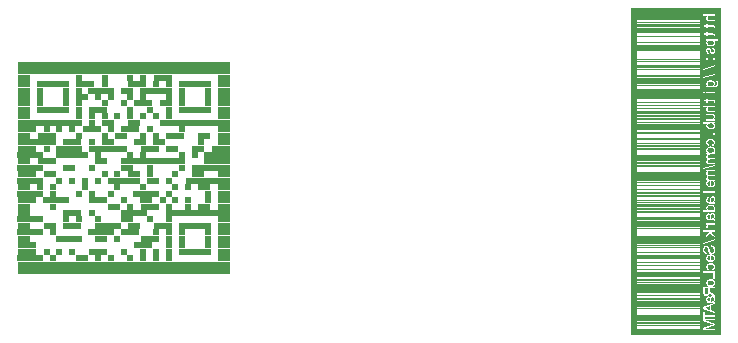
<source format=gbo>
G04*
G04 #@! TF.GenerationSoftware,Altium Limited,Altium Designer,19.1.5 (86)*
G04*
G04 Layer_Color=32896*
%FSLAX44Y44*%
%MOMM*%
G71*
G01*
G75*
%ADD52R,18.0000X0.5450*%
%ADD53R,18.0000X0.5460*%
%ADD54R,1.0910X0.5450*%
%ADD55R,0.5460X0.5450*%
%ADD56R,0.5450X0.5450*%
%ADD57R,0.5450X0.5450*%
%ADD58R,0.5460X0.5450*%
%ADD59R,1.0910X0.5450*%
%ADD60R,2.1820X0.5450*%
%ADD61R,1.0910X0.5460*%
%ADD62R,2.7280X0.5460*%
%ADD63R,0.5460X0.5460*%
%ADD64R,0.5450X0.5460*%
%ADD65R,0.5450X0.5460*%
%ADD66R,0.5460X0.5460*%
%ADD67R,1.6360X0.5460*%
%ADD68R,1.0910X0.5450*%
%ADD69R,0.5460X0.5450*%
%ADD70R,1.6370X0.5450*%
%ADD71R,1.6360X0.5450*%
%ADD72R,2.1820X0.5460*%
%ADD73R,1.0910X0.5460*%
%ADD74R,0.5450X0.5450*%
%ADD75R,1.6370X0.5450*%
%ADD76R,2.1820X0.5450*%
%ADD77R,1.0910X0.5460*%
%ADD78R,2.7280X0.5460*%
%ADD79R,1.6360X0.5460*%
%ADD80R,1.0910X0.5460*%
%ADD81R,2.1820X0.5460*%
%ADD82R,1.6370X0.5460*%
%ADD83R,0.5460X0.5450*%
%ADD84R,5.4550X0.5460*%
%ADD85R,1.6370X0.5460*%
%ADD86R,1.0910X0.5450*%
%ADD87R,0.5450X0.5450*%
%ADD88R,0.5460X0.5460*%
%ADD89R,0.5450X0.5460*%
%ADD90R,3.8180X0.5460*%
%ADD91R,3.2730X0.5460*%
%ADD92R,5.4550X0.5450*%
%ADD93R,2.7270X0.5460*%
%ADD94R,3.2730X0.5450*%
%ADD95R,1.0900X0.5460*%
%ADD96R,3.2730X0.5460*%
%ADD97R,1.6370X0.5450*%
%ADD98R,6.0000X0.5460*%
%ADD99R,2.7270X0.5450*%
%ADD100R,1.6360X0.5460*%
%ADD101R,18.0000X0.5460*%
G36*
X652000Y11140D02*
X575706D01*
Y288000D01*
X652000D01*
Y11140D01*
D02*
G37*
%LPC*%
G36*
X634126Y282920D02*
X580786D01*
Y282614D01*
X634126D01*
Y282920D01*
D02*
G37*
G36*
Y282000D02*
X580786D01*
Y281694D01*
X634126D01*
Y282000D01*
D02*
G37*
G36*
Y281387D02*
X580786D01*
Y280774D01*
X634126D01*
Y281387D01*
D02*
G37*
G36*
Y280468D02*
X580786D01*
Y279855D01*
X634126D01*
Y280468D01*
D02*
G37*
G36*
Y279548D02*
X580786D01*
Y279241D01*
X634126D01*
Y279548D01*
D02*
G37*
G36*
Y278935D02*
X580786D01*
Y278628D01*
X634126D01*
Y278935D01*
D02*
G37*
G36*
Y278015D02*
X580786D01*
Y277709D01*
X634126D01*
Y278015D01*
D02*
G37*
G36*
Y277402D02*
X580786D01*
Y277096D01*
X634126D01*
Y277402D01*
D02*
G37*
G36*
X646920Y282462D02*
X637158D01*
Y281258D01*
X640649D01*
X640635Y281243D01*
X640605Y281213D01*
X640560Y281169D01*
X640501Y281109D01*
X640427Y281020D01*
X640338Y280931D01*
X640263Y280812D01*
X640159Y280679D01*
X640070Y280530D01*
X639996Y280381D01*
X639832Y280010D01*
X639773Y279817D01*
X639728Y279609D01*
X639698Y279386D01*
X639684Y279148D01*
Y279014D01*
X639698Y278866D01*
X639728Y278687D01*
X639758Y278479D01*
X639817Y278256D01*
X639892Y278019D01*
X639996Y277796D01*
X640011Y277766D01*
X640055Y277707D01*
X640129Y277603D01*
X640219Y277469D01*
X640338Y277335D01*
X640486Y277201D01*
X640664Y277068D01*
X640857Y276964D01*
X640887Y276949D01*
X640962Y276919D01*
X641080Y276889D01*
X641259Y276830D01*
X641482Y276786D01*
X641764Y276756D01*
X642076Y276726D01*
X642448Y276711D01*
X646920D01*
Y277915D01*
X642284D01*
X642135Y277930D01*
X641927Y277959D01*
X641719Y278019D01*
X641511Y278078D01*
X641303Y278182D01*
X641125Y278316D01*
X641110Y278331D01*
X641066Y278390D01*
X640991Y278479D01*
X640917Y278598D01*
X640843Y278747D01*
X640768Y278940D01*
X640724Y279148D01*
X640709Y279401D01*
Y279490D01*
X640724Y279594D01*
X640739Y279727D01*
X640783Y279876D01*
X640828Y280054D01*
X640902Y280233D01*
X640991Y280411D01*
X641006Y280426D01*
X641036Y280485D01*
X641110Y280560D01*
X641184Y280664D01*
X641303Y280768D01*
X641422Y280886D01*
X641586Y280976D01*
X641749Y281065D01*
X641764Y281080D01*
X641838Y281095D01*
X641942Y281124D01*
X642091Y281154D01*
X642284Y281199D01*
X642507Y281228D01*
X642759Y281243D01*
X643057Y281258D01*
X646920D01*
Y282462D01*
D02*
G37*
G36*
X634126Y276482D02*
X580786D01*
Y276176D01*
X634126D01*
Y276482D01*
D02*
G37*
G36*
Y275563D02*
X580786D01*
Y275256D01*
X634126D01*
Y275563D01*
D02*
G37*
G36*
Y274950D02*
X580786D01*
Y274643D01*
X634126D01*
Y274950D01*
D02*
G37*
G36*
Y274336D02*
X580786D01*
Y274030D01*
X634126D01*
Y274336D01*
D02*
G37*
G36*
Y273723D02*
X580786D01*
Y273110D01*
X634126D01*
Y273723D01*
D02*
G37*
G36*
Y272804D02*
X580786D01*
Y272191D01*
X634126D01*
Y272804D01*
D02*
G37*
G36*
Y271578D02*
X580786D01*
Y271271D01*
X634126D01*
Y271578D01*
D02*
G37*
G36*
X640783Y274232D02*
X639847D01*
Y273341D01*
X638109D01*
X637380Y272137D01*
X639847D01*
Y270933D01*
X640783D01*
Y272137D01*
X645092D01*
X645196Y272122D01*
X645419Y272107D01*
X645508Y272092D01*
X645583Y272078D01*
X645612Y272063D01*
X645672Y272033D01*
X645746Y271974D01*
X645820Y271884D01*
X645835Y271855D01*
X645850Y271780D01*
X645880Y271647D01*
X645895Y271468D01*
Y271320D01*
X645880Y271245D01*
Y271156D01*
X645850Y270933D01*
X646905Y270770D01*
Y270800D01*
X646920Y270859D01*
X646935Y270948D01*
X646950Y271082D01*
X646980Y271216D01*
X646994Y271364D01*
X647009Y271676D01*
Y271780D01*
X646994Y271899D01*
X646980Y272048D01*
X646965Y272211D01*
X646920Y272390D01*
X646875Y272553D01*
X646816Y272702D01*
X646801Y272717D01*
X646771Y272761D01*
X646727Y272821D01*
X646667Y272895D01*
X646593Y272984D01*
X646504Y273058D01*
X646400Y273148D01*
X646281Y273207D01*
X646266D01*
X646207Y273222D01*
X646118Y273251D01*
X645969Y273266D01*
X645776Y273296D01*
X645672Y273311D01*
X645538Y273326D01*
X645389D01*
X645226Y273341D01*
X640783D01*
Y274232D01*
D02*
G37*
G36*
X634126Y270965D02*
X580786D01*
Y270658D01*
X634126D01*
Y270965D01*
D02*
G37*
G36*
Y270045D02*
X580786D01*
Y269738D01*
X634126D01*
Y270045D01*
D02*
G37*
G36*
Y269432D02*
X580786D01*
Y269125D01*
X634126D01*
Y269432D01*
D02*
G37*
G36*
Y268512D02*
X580786D01*
Y268206D01*
X634126D01*
Y268512D01*
D02*
G37*
G36*
Y267592D02*
X580786D01*
Y267286D01*
X634126D01*
Y267592D01*
D02*
G37*
G36*
Y266979D02*
X580786D01*
Y266673D01*
X634126D01*
Y266979D01*
D02*
G37*
G36*
Y266366D02*
X580786D01*
Y266060D01*
X634126D01*
Y266366D01*
D02*
G37*
G36*
Y265753D02*
X580786D01*
Y265140D01*
X634126D01*
Y265753D01*
D02*
G37*
G36*
Y264833D02*
X580786D01*
Y264220D01*
X634126D01*
Y264833D01*
D02*
G37*
G36*
X640783Y267214D02*
X639847D01*
Y266322D01*
X638109D01*
X637380Y265119D01*
X639847D01*
Y263915D01*
X640783D01*
Y265119D01*
X645092D01*
X645196Y265104D01*
X645419Y265089D01*
X645508Y265074D01*
X645583Y265059D01*
X645612Y265044D01*
X645672Y265015D01*
X645746Y264955D01*
X645820Y264866D01*
X645835Y264836D01*
X645850Y264762D01*
X645880Y264628D01*
X645895Y264450D01*
Y264301D01*
X645880Y264227D01*
Y264138D01*
X645850Y263915D01*
X646905Y263752D01*
Y263781D01*
X646920Y263841D01*
X646935Y263930D01*
X646950Y264064D01*
X646980Y264197D01*
X646994Y264346D01*
X647009Y264658D01*
Y264762D01*
X646994Y264881D01*
X646980Y265030D01*
X646965Y265193D01*
X646920Y265371D01*
X646875Y265535D01*
X646816Y265683D01*
X646801Y265698D01*
X646771Y265743D01*
X646727Y265802D01*
X646667Y265877D01*
X646593Y265966D01*
X646504Y266040D01*
X646400Y266129D01*
X646281Y266189D01*
X646266D01*
X646207Y266203D01*
X646118Y266233D01*
X645969Y266248D01*
X645776Y266278D01*
X645672Y266292D01*
X645538Y266307D01*
X645389D01*
X645226Y266322D01*
X640783D01*
Y267214D01*
D02*
G37*
G36*
X634126Y263607D02*
X580786D01*
Y263301D01*
X634126D01*
Y263607D01*
D02*
G37*
G36*
Y262994D02*
X580786D01*
Y262687D01*
X634126D01*
Y262994D01*
D02*
G37*
G36*
Y262074D02*
X580786D01*
Y261768D01*
X634126D01*
Y262074D01*
D02*
G37*
G36*
Y261461D02*
X580786D01*
Y261155D01*
X634126D01*
Y261461D01*
D02*
G37*
G36*
Y260542D02*
X580786D01*
Y260235D01*
X634126D01*
Y260542D01*
D02*
G37*
G36*
Y259622D02*
X580786D01*
Y259315D01*
X634126D01*
Y259622D01*
D02*
G37*
G36*
Y259009D02*
X580786D01*
Y258702D01*
X634126D01*
Y259009D01*
D02*
G37*
G36*
Y258396D02*
X580786D01*
Y257783D01*
X634126D01*
Y258396D01*
D02*
G37*
G36*
Y257476D02*
X580786D01*
Y256863D01*
X634126D01*
Y257476D01*
D02*
G37*
G36*
Y256556D02*
X580786D01*
Y256250D01*
X634126D01*
Y256556D01*
D02*
G37*
G36*
Y255637D02*
X580786D01*
Y255330D01*
X634126D01*
Y255637D01*
D02*
G37*
G36*
X649624Y261406D02*
X639847D01*
Y260307D01*
X640768D01*
X640739Y260292D01*
X640679Y260247D01*
X640590Y260158D01*
X640471Y260054D01*
X640338Y259935D01*
X640204Y259787D01*
X640070Y259623D01*
X639966Y259445D01*
X639951Y259415D01*
X639921Y259356D01*
X639877Y259252D01*
X639817Y259118D01*
X639773Y258940D01*
X639728Y258747D01*
X639698Y258524D01*
X639684Y258271D01*
Y258123D01*
X639713Y257944D01*
X639743Y257736D01*
X639803Y257484D01*
X639877Y257216D01*
X639996Y256949D01*
X640159Y256681D01*
Y256666D01*
X640174Y256651D01*
X640248Y256562D01*
X640352Y256444D01*
X640501Y256280D01*
X640679Y256117D01*
X640917Y255938D01*
X641170Y255775D01*
X641482Y255626D01*
X641497D01*
X641526Y255611D01*
X641571Y255597D01*
X641630Y255567D01*
X641704Y255537D01*
X641808Y255507D01*
X642031Y255448D01*
X642314Y255389D01*
X642626Y255329D01*
X642968Y255285D01*
X643339Y255270D01*
X643517D01*
X643621Y255285D01*
X643725D01*
X643993Y255314D01*
X644290Y255374D01*
X644617Y255433D01*
X644959Y255537D01*
X645300Y255671D01*
X645315D01*
X645345Y255686D01*
X645389Y255715D01*
X645449Y255745D01*
X645598Y255834D01*
X645791Y255953D01*
X645999Y256117D01*
X646222Y256310D01*
X646430Y256533D01*
X646623Y256800D01*
Y256815D01*
X646638Y256830D01*
X646667Y256874D01*
X646697Y256934D01*
X646771Y257082D01*
X646846Y257276D01*
X646935Y257513D01*
X647009Y257766D01*
X647069Y258063D01*
X647084Y258360D01*
Y258464D01*
X647069Y258568D01*
X647054Y258717D01*
X647024Y258880D01*
X646980Y259059D01*
X646920Y259252D01*
X646846Y259430D01*
X646831Y259445D01*
X646801Y259504D01*
X646742Y259594D01*
X646667Y259698D01*
X646578Y259831D01*
X646474Y259950D01*
X646340Y260084D01*
X646207Y260203D01*
X649624D01*
Y261406D01*
D02*
G37*
G36*
X634126Y255024D02*
X580786D01*
Y254717D01*
X634126D01*
Y255024D01*
D02*
G37*
G36*
Y254104D02*
X580786D01*
Y253797D01*
X634126D01*
Y254104D01*
D02*
G37*
G36*
Y253491D02*
X580786D01*
Y253184D01*
X634126D01*
Y253491D01*
D02*
G37*
G36*
Y252571D02*
X580786D01*
Y252265D01*
X634126D01*
Y252571D01*
D02*
G37*
G36*
Y251652D02*
X580786D01*
Y251345D01*
X634126D01*
Y251652D01*
D02*
G37*
G36*
Y251038D02*
X580786D01*
Y250732D01*
X634126D01*
Y251038D01*
D02*
G37*
G36*
X644810Y254485D02*
X644617Y253296D01*
X644647D01*
X644736Y253281D01*
X644870Y253236D01*
X645033Y253192D01*
X645211Y253118D01*
X645389Y253028D01*
X645568Y252895D01*
X645731Y252746D01*
X645746Y252731D01*
X645791Y252657D01*
X645850Y252553D01*
X645910Y252419D01*
X645984Y252226D01*
X646043Y252018D01*
X646088Y251751D01*
X646103Y251468D01*
Y251334D01*
X646088Y251186D01*
X646058Y251007D01*
X646029Y250800D01*
X645969Y250592D01*
X645880Y250398D01*
X645776Y250235D01*
X645761Y250220D01*
X645716Y250175D01*
X645642Y250101D01*
X645553Y250027D01*
X645434Y249967D01*
X645285Y249893D01*
X645137Y249848D01*
X644974Y249834D01*
X644899D01*
X644840Y249848D01*
X644736Y249878D01*
X644647Y249923D01*
X644528Y249982D01*
X644424Y250071D01*
X644335Y250190D01*
X644320Y250205D01*
X644305Y250250D01*
X644275Y250324D01*
X644216Y250443D01*
X644171Y250606D01*
X644097Y250814D01*
X644052Y250948D01*
X644023Y251082D01*
X643978Y251245D01*
X643933Y251424D01*
Y251439D01*
X643919Y251483D01*
X643904Y251542D01*
X643874Y251632D01*
X643844Y251751D01*
X643814Y251869D01*
X643725Y252152D01*
X643636Y252449D01*
X643547Y252761D01*
X643443Y253043D01*
X643398Y253162D01*
X643354Y253266D01*
X643339Y253281D01*
X643309Y253355D01*
X643250Y253444D01*
X643176Y253548D01*
X643086Y253682D01*
X642968Y253801D01*
X642834Y253935D01*
X642685Y254039D01*
X642670Y254054D01*
X642611Y254083D01*
X642522Y254113D01*
X642403Y254158D01*
X642269Y254217D01*
X642106Y254247D01*
X641927Y254277D01*
X641734Y254291D01*
X641660D01*
X641556Y254277D01*
X641452Y254262D01*
X641318Y254247D01*
X641170Y254202D01*
X641006Y254158D01*
X640857Y254083D01*
X640843Y254069D01*
X640783Y254039D01*
X640709Y253994D01*
X640620Y253920D01*
X640516Y253846D01*
X640412Y253742D01*
X640293Y253623D01*
X640189Y253489D01*
X640174Y253474D01*
X640159Y253430D01*
X640115Y253370D01*
X640070Y253281D01*
X640011Y253177D01*
X639951Y253043D01*
X639892Y252895D01*
X639832Y252731D01*
Y252701D01*
X639803Y252642D01*
X639788Y252553D01*
X639758Y252419D01*
X639728Y252256D01*
X639713Y252092D01*
X639684Y251899D01*
Y251557D01*
X639698Y251394D01*
X639713Y251201D01*
X639743Y250963D01*
X639788Y250725D01*
X639847Y250473D01*
X639936Y250235D01*
Y250220D01*
X639951Y250205D01*
X639981Y250131D01*
X640040Y250012D01*
X640100Y249878D01*
X640204Y249730D01*
X640308Y249566D01*
X640442Y249418D01*
X640590Y249299D01*
X640605Y249284D01*
X640664Y249254D01*
X640753Y249195D01*
X640872Y249121D01*
X641021Y249061D01*
X641214Y248987D01*
X641422Y248927D01*
X641660Y248868D01*
X641823Y250042D01*
X641794D01*
X641734Y250057D01*
X641630Y250086D01*
X641511Y250131D01*
X641378Y250190D01*
X641244Y250280D01*
X641095Y250383D01*
X640976Y250517D01*
X640962Y250532D01*
X640932Y250592D01*
X640872Y250681D01*
X640813Y250800D01*
X640768Y250948D01*
X640709Y251141D01*
X640679Y251349D01*
X640664Y251602D01*
Y251736D01*
X640679Y251884D01*
X640694Y252062D01*
X640739Y252256D01*
X640783Y252449D01*
X640857Y252642D01*
X640947Y252791D01*
X640962Y252806D01*
X640991Y252850D01*
X641051Y252895D01*
X641125Y252954D01*
X641214Y253028D01*
X641333Y253073D01*
X641452Y253118D01*
X641586Y253132D01*
X641630D01*
X641675Y253118D01*
X641734D01*
X641868Y253073D01*
X642017Y252999D01*
X642031Y252984D01*
X642046Y252969D01*
X642121Y252880D01*
X642180Y252820D01*
X642225Y252746D01*
X642284Y252642D01*
X642329Y252538D01*
Y252523D01*
X642343Y252493D01*
X642358Y252434D01*
X642388Y252330D01*
X642433Y252196D01*
X642492Y252003D01*
X642551Y251765D01*
X642596Y251632D01*
X642641Y251468D01*
Y251453D01*
X642655Y251409D01*
X642670Y251349D01*
X642700Y251260D01*
X642730Y251156D01*
X642759Y251037D01*
X642834Y250770D01*
X642923Y250473D01*
X643027Y250175D01*
X643116Y249908D01*
X643161Y249789D01*
X643205Y249685D01*
X643220Y249655D01*
X643250Y249596D01*
X643294Y249507D01*
X643354Y249403D01*
X643443Y249269D01*
X643562Y249135D01*
X643681Y249016D01*
X643829Y248898D01*
X643844Y248883D01*
X643904Y248853D01*
X643993Y248808D01*
X644112Y248749D01*
X644260Y248689D01*
X644439Y248645D01*
X644632Y248615D01*
X644855Y248600D01*
X644959D01*
X645078Y248615D01*
X645211Y248645D01*
X645389Y248689D01*
X645583Y248749D01*
X645776Y248838D01*
X645984Y248957D01*
X646014Y248972D01*
X646073Y249016D01*
X646162Y249106D01*
X646281Y249224D01*
X646415Y249358D01*
X646548Y249536D01*
X646682Y249744D01*
X646801Y249982D01*
X646816Y250012D01*
X646846Y250101D01*
X646890Y250235D01*
X646935Y250413D01*
X646994Y250636D01*
X647039Y250889D01*
X647069Y251171D01*
X647084Y251468D01*
Y251602D01*
X647069Y251691D01*
Y251810D01*
X647054Y251944D01*
X647009Y252256D01*
X646950Y252598D01*
X646846Y252939D01*
X646712Y253281D01*
X646623Y253430D01*
X646519Y253578D01*
Y253593D01*
X646489Y253608D01*
X646415Y253697D01*
X646281Y253816D01*
X646088Y253965D01*
X645850Y254113D01*
X645553Y254262D01*
X645211Y254395D01*
X644810Y254485D01*
D02*
G37*
G36*
X634126Y250425D02*
X580786D01*
Y249812D01*
X634126D01*
Y250425D01*
D02*
G37*
G36*
Y249506D02*
X580786D01*
Y249199D01*
X634126D01*
Y249506D01*
D02*
G37*
G36*
Y248893D02*
X580786D01*
Y248280D01*
X634126D01*
Y248893D01*
D02*
G37*
G36*
Y247666D02*
X580786D01*
Y247360D01*
X634126D01*
Y247666D01*
D02*
G37*
G36*
Y247053D02*
X580786D01*
Y246747D01*
X634126D01*
Y247053D01*
D02*
G37*
G36*
Y246134D02*
X580786D01*
Y245827D01*
X634126D01*
Y246134D01*
D02*
G37*
G36*
Y245214D02*
X580786D01*
Y244907D01*
X634126D01*
Y245214D01*
D02*
G37*
G36*
Y244601D02*
X580786D01*
Y244294D01*
X634126D01*
Y244601D01*
D02*
G37*
G36*
X646920Y245133D02*
X645553D01*
Y243766D01*
X646920D01*
Y245133D01*
D02*
G37*
G36*
X641214D02*
X639847D01*
Y243766D01*
X641214D01*
Y245133D01*
D02*
G37*
G36*
X634126Y243681D02*
X580786D01*
Y243375D01*
X634126D01*
Y243681D01*
D02*
G37*
G36*
Y243068D02*
X580786D01*
Y242762D01*
X634126D01*
Y243068D01*
D02*
G37*
G36*
Y242148D02*
X580786D01*
Y241535D01*
X634126D01*
Y242148D01*
D02*
G37*
G36*
Y241229D02*
X580786D01*
Y240616D01*
X634126D01*
Y241229D01*
D02*
G37*
G36*
Y240309D02*
X580786D01*
Y240003D01*
X634126D01*
Y240309D01*
D02*
G37*
G36*
Y239696D02*
X580786D01*
Y239389D01*
X634126D01*
Y239696D01*
D02*
G37*
G36*
Y239083D02*
X580786D01*
Y238776D01*
X634126D01*
Y239083D01*
D02*
G37*
G36*
Y238163D02*
X580786D01*
Y237857D01*
X634126D01*
Y238163D01*
D02*
G37*
G36*
Y237244D02*
X580786D01*
Y236937D01*
X634126D01*
Y237244D01*
D02*
G37*
G36*
Y236631D02*
X580786D01*
Y236324D01*
X634126D01*
Y236631D01*
D02*
G37*
G36*
X647084Y239348D02*
X636994Y236525D01*
Y235574D01*
X647084Y238397D01*
Y239348D01*
D02*
G37*
G36*
X634126Y235711D02*
X580786D01*
Y235404D01*
X634126D01*
Y235711D01*
D02*
G37*
G36*
Y235098D02*
X580786D01*
Y234485D01*
X634126D01*
Y235098D01*
D02*
G37*
G36*
Y234178D02*
X580786D01*
Y233872D01*
X634126D01*
Y234178D01*
D02*
G37*
G36*
Y233565D02*
X580786D01*
Y232952D01*
X634126D01*
Y233565D01*
D02*
G37*
G36*
Y232645D02*
X580786D01*
Y232339D01*
X634126D01*
Y232645D01*
D02*
G37*
G36*
Y231726D02*
X580786D01*
Y231419D01*
X634126D01*
Y231726D01*
D02*
G37*
G36*
Y231113D02*
X580786D01*
Y230806D01*
X634126D01*
Y231113D01*
D02*
G37*
G36*
Y230193D02*
X580786D01*
Y229886D01*
X634126D01*
Y230193D01*
D02*
G37*
G36*
Y229273D02*
X580786D01*
Y228967D01*
X634126D01*
Y229273D01*
D02*
G37*
G36*
X647084Y232330D02*
X636994Y229507D01*
Y228556D01*
X647084Y231379D01*
Y232330D01*
D02*
G37*
G36*
X634126Y228660D02*
X580786D01*
Y228354D01*
X634126D01*
Y228660D01*
D02*
G37*
G36*
Y227740D02*
X580786D01*
Y227434D01*
X634126D01*
Y227740D01*
D02*
G37*
G36*
Y227127D02*
X580786D01*
Y226514D01*
X634126D01*
Y227127D01*
D02*
G37*
G36*
Y226208D02*
X580786D01*
Y225901D01*
X634126D01*
Y226208D01*
D02*
G37*
G36*
Y225595D02*
X580786D01*
Y224982D01*
X634126D01*
Y225595D01*
D02*
G37*
G36*
Y224675D02*
X580786D01*
Y224368D01*
X634126D01*
Y224675D01*
D02*
G37*
G36*
Y223755D02*
X580786D01*
Y223449D01*
X634126D01*
Y223755D01*
D02*
G37*
G36*
Y223142D02*
X580786D01*
Y222836D01*
X634126D01*
Y223142D01*
D02*
G37*
G36*
Y222223D02*
X580786D01*
Y221916D01*
X634126D01*
Y222223D01*
D02*
G37*
G36*
Y221609D02*
X580786D01*
Y221303D01*
X634126D01*
Y221609D01*
D02*
G37*
G36*
X643354Y226775D02*
X643176D01*
X643086Y226760D01*
X642982D01*
X642745Y226730D01*
X642448Y226686D01*
X642135Y226626D01*
X641808Y226537D01*
X641482Y226418D01*
X641467D01*
X641437Y226404D01*
X641393Y226374D01*
X641333Y226344D01*
X641184Y226270D01*
X640991Y226151D01*
X640783Y225987D01*
X640560Y225809D01*
X640352Y225601D01*
X640159Y225348D01*
Y225334D01*
X640144Y225319D01*
X640115Y225274D01*
X640085Y225230D01*
X640011Y225081D01*
X639921Y224888D01*
X639832Y224635D01*
X639758Y224368D01*
X639698Y224056D01*
X639684Y223714D01*
Y223595D01*
X639698Y223506D01*
X639713Y223402D01*
X639743Y223268D01*
X639817Y222986D01*
X639862Y222822D01*
X639936Y222659D01*
X640011Y222481D01*
X640115Y222302D01*
X640234Y222139D01*
X640367Y221961D01*
X640531Y221797D01*
X640709Y221649D01*
X639847D01*
Y220549D01*
X646236D01*
X646370Y220564D01*
X646519D01*
X646697Y220579D01*
X646875Y220594D01*
X647247Y220638D01*
X647633Y220698D01*
X647990Y220772D01*
X648153Y220831D01*
X648287Y220891D01*
X648302D01*
X648317Y220906D01*
X648406Y220950D01*
X648525Y221039D01*
X648688Y221143D01*
X648867Y221292D01*
X649045Y221470D01*
X649223Y221693D01*
X649387Y221946D01*
Y221961D01*
X649401Y221976D01*
X649416Y222020D01*
X649446Y222080D01*
X649520Y222228D01*
X649580Y222436D01*
X649654Y222704D01*
X649728Y223016D01*
X649773Y223357D01*
X649788Y223744D01*
Y223863D01*
X649773Y223952D01*
Y224056D01*
X649758Y224189D01*
X649714Y224472D01*
X649639Y224799D01*
X649550Y225140D01*
X649401Y225482D01*
X649208Y225794D01*
Y225809D01*
X649179Y225824D01*
X649104Y225913D01*
X648971Y226032D01*
X648777Y226181D01*
X648540Y226314D01*
X648242Y226433D01*
X647901Y226507D01*
X647708Y226537D01*
X647499D01*
X647663Y225378D01*
X647693D01*
X647752Y225363D01*
X647841Y225334D01*
X647960Y225304D01*
X648094Y225245D01*
X648228Y225170D01*
X648346Y225081D01*
X648450Y224962D01*
X648465Y224947D01*
X648510Y224873D01*
X648555Y224784D01*
X648614Y224635D01*
X648688Y224472D01*
X648733Y224264D01*
X648777Y224011D01*
X648792Y223744D01*
Y223610D01*
X648777Y223461D01*
X648748Y223268D01*
X648703Y223060D01*
X648644Y222852D01*
X648569Y222644D01*
X648450Y222466D01*
X648436Y222451D01*
X648391Y222392D01*
X648317Y222317D01*
X648213Y222213D01*
X648079Y222109D01*
X647930Y222020D01*
X647737Y221931D01*
X647529Y221857D01*
X647514D01*
X647455Y221842D01*
X647351Y221827D01*
X647202Y221812D01*
X646994Y221782D01*
X646861D01*
X646727Y221768D01*
X645999D01*
X646014Y221782D01*
X646043Y221797D01*
X646088Y221842D01*
X646147Y221901D01*
X646207Y221990D01*
X646296Y222080D01*
X646459Y222302D01*
X646623Y222585D01*
X646771Y222927D01*
X646831Y223105D01*
X646875Y223298D01*
X646905Y223506D01*
X646920Y223714D01*
Y223848D01*
X646905Y223952D01*
X646890Y224071D01*
X646861Y224219D01*
X646831Y224368D01*
X646786Y224546D01*
X646742Y224725D01*
X646667Y224903D01*
X646578Y225096D01*
X646474Y225274D01*
X646355Y225467D01*
X646222Y225646D01*
X646058Y225809D01*
X645880Y225973D01*
X645865Y225987D01*
X645835Y226002D01*
X645776Y226047D01*
X645687Y226091D01*
X645583Y226151D01*
X645464Y226225D01*
X645330Y226299D01*
X645167Y226374D01*
X644988Y226448D01*
X644795Y226522D01*
X644587Y226582D01*
X644364Y226656D01*
X643889Y226745D01*
X643621Y226760D01*
X643354Y226775D01*
D02*
G37*
G36*
X634126Y220690D02*
X580786D01*
Y220383D01*
X634126D01*
Y220690D01*
D02*
G37*
G36*
Y219770D02*
X580786D01*
Y219464D01*
X634126D01*
Y219770D01*
D02*
G37*
G36*
Y219157D02*
X580786D01*
Y218850D01*
X634126D01*
Y219157D01*
D02*
G37*
G36*
Y218544D02*
X580786D01*
Y218237D01*
X634126D01*
Y218544D01*
D02*
G37*
G36*
Y217931D02*
X580786D01*
Y217624D01*
X634126D01*
Y217931D01*
D02*
G37*
G36*
Y217011D02*
X580786D01*
Y216398D01*
X634126D01*
Y217011D01*
D02*
G37*
G36*
X646920Y217008D02*
X639847D01*
Y215804D01*
X646920D01*
Y217008D01*
D02*
G37*
G36*
X638525D02*
X637158D01*
Y215804D01*
X638525D01*
Y217008D01*
D02*
G37*
G36*
X634126Y216091D02*
X580786D01*
Y215478D01*
X634126D01*
Y216091D01*
D02*
G37*
G36*
Y215172D02*
X580786D01*
Y214865D01*
X634126D01*
Y215172D01*
D02*
G37*
G36*
Y214252D02*
X580786D01*
Y213946D01*
X634126D01*
Y214252D01*
D02*
G37*
G36*
Y213639D02*
X580786D01*
Y213333D01*
X634126D01*
Y213639D01*
D02*
G37*
G36*
Y212719D02*
X580786D01*
Y212413D01*
X634126D01*
Y212719D01*
D02*
G37*
G36*
Y211800D02*
X580786D01*
Y211493D01*
X634126D01*
Y211800D01*
D02*
G37*
G36*
Y211187D02*
X580786D01*
Y210880D01*
X634126D01*
Y211187D01*
D02*
G37*
G36*
Y210574D02*
X580786D01*
Y209960D01*
X634126D01*
Y210574D01*
D02*
G37*
G36*
Y209654D02*
X580786D01*
Y209347D01*
X634126D01*
Y209654D01*
D02*
G37*
G36*
Y208734D02*
X580786D01*
Y208121D01*
X634126D01*
Y208734D01*
D02*
G37*
G36*
X640783Y211067D02*
X639847D01*
Y210175D01*
X638109D01*
X637380Y208971D01*
X639847D01*
Y207768D01*
X640783D01*
Y208971D01*
X645092D01*
X645196Y208957D01*
X645419Y208942D01*
X645508Y208927D01*
X645583Y208912D01*
X645612Y208897D01*
X645672Y208867D01*
X645746Y208808D01*
X645820Y208719D01*
X645835Y208689D01*
X645850Y208615D01*
X645880Y208481D01*
X645895Y208303D01*
Y208154D01*
X645880Y208080D01*
Y207991D01*
X645850Y207768D01*
X646905Y207604D01*
Y207634D01*
X646920Y207694D01*
X646935Y207783D01*
X646950Y207916D01*
X646980Y208050D01*
X646994Y208199D01*
X647009Y208511D01*
Y208615D01*
X646994Y208734D01*
X646980Y208882D01*
X646965Y209046D01*
X646920Y209224D01*
X646875Y209387D01*
X646816Y209536D01*
X646801Y209551D01*
X646771Y209596D01*
X646727Y209655D01*
X646667Y209729D01*
X646593Y209818D01*
X646504Y209893D01*
X646400Y209982D01*
X646281Y210041D01*
X646266D01*
X646207Y210056D01*
X646118Y210086D01*
X645969Y210101D01*
X645776Y210130D01*
X645672Y210145D01*
X645538Y210160D01*
X645389D01*
X645226Y210175D01*
X640783D01*
Y211067D01*
D02*
G37*
G36*
X634126Y207815D02*
X580786D01*
Y207508D01*
X634126D01*
Y207815D01*
D02*
G37*
G36*
Y207201D02*
X580786D01*
Y206895D01*
X634126D01*
Y207201D01*
D02*
G37*
G36*
Y206282D02*
X580786D01*
Y205975D01*
X634126D01*
Y206282D01*
D02*
G37*
G36*
Y205669D02*
X580786D01*
Y205362D01*
X634126D01*
Y205669D01*
D02*
G37*
G36*
Y204749D02*
X580786D01*
Y204443D01*
X634126D01*
Y204749D01*
D02*
G37*
G36*
Y203829D02*
X580786D01*
Y203523D01*
X634126D01*
Y203829D01*
D02*
G37*
G36*
Y203216D02*
X580786D01*
Y202910D01*
X634126D01*
Y203216D01*
D02*
G37*
G36*
Y202603D02*
X580786D01*
Y202297D01*
X634126D01*
Y202603D01*
D02*
G37*
G36*
Y201990D02*
X580786D01*
Y201377D01*
X634126D01*
Y201990D01*
D02*
G37*
G36*
Y201070D02*
X580786D01*
Y200457D01*
X634126D01*
Y201070D01*
D02*
G37*
G36*
Y199844D02*
X580786D01*
Y199538D01*
X634126D01*
Y199844D01*
D02*
G37*
G36*
X646920Y205259D02*
X637158D01*
Y204056D01*
X640649D01*
X640635Y204041D01*
X640605Y204011D01*
X640560Y203966D01*
X640501Y203907D01*
X640427Y203818D01*
X640338Y203729D01*
X640263Y203610D01*
X640159Y203476D01*
X640070Y203328D01*
X639996Y203179D01*
X639832Y202807D01*
X639773Y202614D01*
X639728Y202406D01*
X639698Y202183D01*
X639684Y201946D01*
Y201812D01*
X639698Y201663D01*
X639728Y201485D01*
X639758Y201277D01*
X639817Y201054D01*
X639892Y200816D01*
X639996Y200593D01*
X640011Y200564D01*
X640055Y200504D01*
X640129Y200400D01*
X640219Y200267D01*
X640338Y200133D01*
X640486Y199999D01*
X640664Y199865D01*
X640857Y199761D01*
X640887Y199746D01*
X640962Y199717D01*
X641080Y199687D01*
X641259Y199628D01*
X641482Y199583D01*
X641764Y199553D01*
X642076Y199524D01*
X642448Y199509D01*
X646920D01*
Y200712D01*
X642284D01*
X642135Y200727D01*
X641927Y200757D01*
X641719Y200816D01*
X641511Y200876D01*
X641303Y200980D01*
X641125Y201113D01*
X641110Y201128D01*
X641066Y201188D01*
X640991Y201277D01*
X640917Y201396D01*
X640843Y201544D01*
X640768Y201738D01*
X640724Y201946D01*
X640709Y202198D01*
Y202287D01*
X640724Y202391D01*
X640739Y202525D01*
X640783Y202674D01*
X640828Y202852D01*
X640902Y203030D01*
X640991Y203209D01*
X641006Y203223D01*
X641036Y203283D01*
X641110Y203357D01*
X641184Y203461D01*
X641303Y203565D01*
X641422Y203684D01*
X641586Y203773D01*
X641749Y203862D01*
X641764Y203877D01*
X641838Y203892D01*
X641942Y203922D01*
X642091Y203952D01*
X642284Y203996D01*
X642507Y204026D01*
X642759Y204041D01*
X643057Y204056D01*
X646920D01*
Y205259D01*
D02*
G37*
G36*
X634126Y199231D02*
X580786D01*
Y198925D01*
X634126D01*
Y199231D01*
D02*
G37*
G36*
Y198312D02*
X580786D01*
Y198005D01*
X634126D01*
Y198312D01*
D02*
G37*
G36*
Y197698D02*
X580786D01*
Y197392D01*
X634126D01*
Y197698D01*
D02*
G37*
G36*
Y196779D02*
X580786D01*
Y196472D01*
X634126D01*
Y196779D01*
D02*
G37*
G36*
Y195859D02*
X580786D01*
Y195553D01*
X634126D01*
Y195859D01*
D02*
G37*
G36*
Y195246D02*
X580786D01*
Y194633D01*
X634126D01*
Y195246D01*
D02*
G37*
G36*
Y194020D02*
X580786D01*
Y193713D01*
X634126D01*
Y194020D01*
D02*
G37*
G36*
Y193407D02*
X580786D01*
Y193100D01*
X634126D01*
Y193407D01*
D02*
G37*
G36*
X644513Y198256D02*
X639847D01*
Y197052D01*
X644097D01*
X644290Y197037D01*
X644498D01*
X644706Y197022D01*
X644899Y197008D01*
X645048Y196993D01*
X645063D01*
X645122Y196963D01*
X645211Y196933D01*
X645315Y196889D01*
X645434Y196829D01*
X645568Y196740D01*
X645687Y196636D01*
X645791Y196517D01*
X645806Y196502D01*
X645835Y196443D01*
X645880Y196369D01*
X645925Y196264D01*
X645969Y196131D01*
X646014Y195982D01*
X646043Y195804D01*
X646058Y195611D01*
Y195522D01*
X646043Y195418D01*
X646029Y195284D01*
X645999Y195135D01*
X645939Y194972D01*
X645880Y194793D01*
X645791Y194615D01*
X645776Y194600D01*
X645731Y194541D01*
X645672Y194452D01*
X645583Y194348D01*
X645479Y194244D01*
X645345Y194125D01*
X645196Y194036D01*
X645033Y193946D01*
X645003Y193932D01*
X644944Y193917D01*
X644840Y193887D01*
X644676Y193843D01*
X644483Y193798D01*
X644245Y193768D01*
X643963Y193753D01*
X643651Y193738D01*
X639847D01*
Y192535D01*
X646920D01*
Y193605D01*
X645895D01*
X645910Y193620D01*
X645939Y193649D01*
X645999Y193694D01*
X646073Y193753D01*
X646177Y193843D01*
X646266Y193946D01*
X646385Y194065D01*
X646489Y194199D01*
X646593Y194348D01*
X646712Y194511D01*
X646801Y194704D01*
X646890Y194897D01*
X646980Y195120D01*
X647039Y195343D01*
X647069Y195596D01*
X647084Y195849D01*
Y195952D01*
X647069Y196071D01*
X647054Y196235D01*
X647024Y196413D01*
X646980Y196606D01*
X646920Y196814D01*
X646846Y197022D01*
X646831Y197052D01*
X646801Y197111D01*
X646757Y197201D01*
X646682Y197320D01*
X646593Y197453D01*
X646489Y197587D01*
X646385Y197706D01*
X646251Y197825D01*
X646236Y197840D01*
X646192Y197869D01*
X646103Y197914D01*
X645999Y197959D01*
X645865Y198033D01*
X645716Y198092D01*
X645553Y198152D01*
X645360Y198196D01*
X645345D01*
X645285Y198211D01*
X645211D01*
X645092Y198226D01*
X644929Y198241D01*
X644736D01*
X644513Y198256D01*
D02*
G37*
G36*
X634126Y192794D02*
X580786D01*
Y192487D01*
X634126D01*
Y192794D01*
D02*
G37*
G36*
Y192180D02*
X580786D01*
Y191567D01*
X634126D01*
Y192180D01*
D02*
G37*
G36*
Y191261D02*
X580786D01*
Y190954D01*
X634126D01*
Y191261D01*
D02*
G37*
G36*
Y190341D02*
X580786D01*
Y190035D01*
X634126D01*
Y190341D01*
D02*
G37*
G36*
Y189728D02*
X580786D01*
Y189422D01*
X634126D01*
Y189728D01*
D02*
G37*
G36*
Y188808D02*
X580786D01*
Y188502D01*
X634126D01*
Y188808D01*
D02*
G37*
G36*
Y187889D02*
X580786D01*
Y187582D01*
X634126D01*
Y187889D01*
D02*
G37*
G36*
Y187276D02*
X580786D01*
Y186969D01*
X634126D01*
Y187276D01*
D02*
G37*
G36*
Y186663D02*
X580786D01*
Y186049D01*
X634126D01*
Y186663D01*
D02*
G37*
G36*
Y185743D02*
X580786D01*
Y185436D01*
X634126D01*
Y185743D01*
D02*
G37*
G36*
X646920Y191237D02*
X637158D01*
Y190034D01*
X640635D01*
X640620Y190019D01*
X640590Y190004D01*
X640546Y189959D01*
X640486Y189900D01*
X640412Y189826D01*
X640338Y189736D01*
X640159Y189514D01*
X639981Y189246D01*
X639832Y188904D01*
X639773Y188726D01*
X639728Y188533D01*
X639698Y188325D01*
X639684Y188117D01*
Y187998D01*
X639698Y187879D01*
X639713Y187716D01*
X639743Y187523D01*
X639803Y187314D01*
X639862Y187106D01*
X639951Y186884D01*
X639966Y186854D01*
X639996Y186779D01*
X640055Y186675D01*
X640144Y186542D01*
X640248Y186393D01*
X640382Y186245D01*
X640531Y186081D01*
X640694Y185933D01*
X640709Y185918D01*
X640783Y185873D01*
X640887Y185799D01*
X641021Y185710D01*
X641184Y185620D01*
X641378Y185516D01*
X641600Y185427D01*
X641853Y185338D01*
X641883Y185323D01*
X641972Y185308D01*
X642106Y185264D01*
X642284Y185219D01*
X642492Y185190D01*
X642730Y185145D01*
X642997Y185130D01*
X643280Y185115D01*
X643458D01*
X643577Y185130D01*
X643740Y185145D01*
X643904Y185160D01*
X644112Y185190D01*
X644320Y185234D01*
X644765Y185338D01*
X645003Y185413D01*
X645241Y185502D01*
X645479Y185606D01*
X645702Y185725D01*
X645910Y185858D01*
X646103Y186022D01*
X646118Y186037D01*
X646147Y186066D01*
X646192Y186111D01*
X646251Y186185D01*
X646326Y186259D01*
X646415Y186364D01*
X646504Y186482D01*
X646593Y186631D01*
X646771Y186943D01*
X646935Y187300D01*
X646994Y187508D01*
X647039Y187716D01*
X647069Y187938D01*
X647084Y188176D01*
Y188295D01*
X647069Y188384D01*
X647054Y188488D01*
X647024Y188607D01*
X646950Y188890D01*
X646905Y189038D01*
X646831Y189202D01*
X646742Y189365D01*
X646638Y189528D01*
X646519Y189677D01*
X646385Y189841D01*
X646222Y189989D01*
X646043Y190123D01*
X646920D01*
Y191237D01*
D02*
G37*
G36*
X634126Y184823D02*
X580786D01*
Y184517D01*
X634126D01*
Y184823D01*
D02*
G37*
G36*
Y184210D02*
X580786D01*
Y183597D01*
X634126D01*
Y184210D01*
D02*
G37*
G36*
Y183290D02*
X580786D01*
Y182677D01*
X634126D01*
Y183290D01*
D02*
G37*
G36*
Y182064D02*
X580786D01*
Y181758D01*
X634126D01*
Y182064D01*
D02*
G37*
G36*
Y181451D02*
X580786D01*
Y181145D01*
X634126D01*
Y181451D01*
D02*
G37*
G36*
X646920Y181968D02*
X645553D01*
Y180601D01*
X646920D01*
Y181968D01*
D02*
G37*
G36*
X634126Y180838D02*
X580786D01*
Y180225D01*
X634126D01*
Y180838D01*
D02*
G37*
G36*
Y179918D02*
X580786D01*
Y179612D01*
X634126D01*
Y179918D01*
D02*
G37*
G36*
Y179305D02*
X580786D01*
Y178999D01*
X634126D01*
Y179305D01*
D02*
G37*
G36*
Y178386D02*
X580786D01*
Y178079D01*
X634126D01*
Y178386D01*
D02*
G37*
G36*
Y177773D02*
X580786D01*
Y177466D01*
X634126D01*
Y177773D01*
D02*
G37*
G36*
Y176853D02*
X580786D01*
Y176546D01*
X634126D01*
Y176853D01*
D02*
G37*
G36*
Y175933D02*
X580786D01*
Y175627D01*
X634126D01*
Y175933D01*
D02*
G37*
G36*
Y175320D02*
X580786D01*
Y174707D01*
X634126D01*
Y175320D01*
D02*
G37*
G36*
Y174400D02*
X580786D01*
Y173787D01*
X634126D01*
Y174400D01*
D02*
G37*
G36*
Y173481D02*
X580786D01*
Y173174D01*
X634126D01*
Y173481D01*
D02*
G37*
G36*
Y172561D02*
X580786D01*
Y172255D01*
X634126D01*
Y172561D01*
D02*
G37*
G36*
Y171948D02*
X580786D01*
Y171641D01*
X634126D01*
Y171948D01*
D02*
G37*
G36*
Y171335D02*
X580786D01*
Y171028D01*
X634126D01*
Y171335D01*
D02*
G37*
G36*
X643413Y177148D02*
X643220D01*
X643116Y177134D01*
X643012D01*
X642730Y177104D01*
X642418Y177059D01*
X642091Y176985D01*
X641734Y176896D01*
X641407Y176777D01*
X641393D01*
X641363Y176762D01*
X641318Y176732D01*
X641259Y176703D01*
X641110Y176614D01*
X640917Y176495D01*
X640709Y176331D01*
X640501Y176138D01*
X640293Y175900D01*
X640115Y175633D01*
Y175618D01*
X640100Y175603D01*
X640070Y175558D01*
X640040Y175499D01*
X639981Y175336D01*
X639892Y175128D01*
X639817Y174890D01*
X639743Y174593D01*
X639698Y174281D01*
X639684Y173954D01*
Y173835D01*
X639698Y173761D01*
Y173657D01*
X639713Y173552D01*
X639758Y173285D01*
X639832Y172988D01*
X639936Y172661D01*
X640085Y172349D01*
X640278Y172067D01*
Y172052D01*
X640308Y172037D01*
X640382Y171948D01*
X640516Y171829D01*
X640694Y171680D01*
X640932Y171517D01*
X641214Y171368D01*
X641556Y171234D01*
X641927Y171131D01*
X642106Y172290D01*
X642091D01*
X642076Y172304D01*
X641987Y172319D01*
X641868Y172364D01*
X641704Y172423D01*
X641526Y172512D01*
X641348Y172616D01*
X641184Y172735D01*
X641036Y172884D01*
X641021Y172899D01*
X640976Y172958D01*
X640917Y173047D01*
X640843Y173166D01*
X640783Y173315D01*
X640724Y173478D01*
X640679Y173686D01*
X640664Y173894D01*
Y173983D01*
X640679Y174043D01*
X640694Y174206D01*
X640739Y174414D01*
X640828Y174652D01*
X640947Y174890D01*
X641095Y175142D01*
X641199Y175261D01*
X641318Y175365D01*
X641348Y175395D01*
X641393Y175410D01*
X641437Y175455D01*
X641511Y175499D01*
X641600Y175544D01*
X641704Y175588D01*
X641823Y175633D01*
X641957Y175692D01*
X642106Y175737D01*
X642284Y175781D01*
X642462Y175826D01*
X642670Y175870D01*
X642893Y175885D01*
X643131Y175915D01*
X643517D01*
X643621Y175900D01*
X643740D01*
X643874Y175885D01*
X644171Y175841D01*
X644513Y175781D01*
X644870Y175692D01*
X645182Y175558D01*
X645330Y175469D01*
X645464Y175380D01*
X645494Y175350D01*
X645568Y175276D01*
X645672Y175157D01*
X645776Y174994D01*
X645895Y174801D01*
X645999Y174548D01*
X646073Y174281D01*
X646088Y174132D01*
X646103Y173969D01*
Y173850D01*
X646073Y173716D01*
X646043Y173552D01*
X645999Y173374D01*
X645925Y173166D01*
X645820Y172973D01*
X645672Y172795D01*
X645657Y172780D01*
X645583Y172720D01*
X645494Y172631D01*
X645345Y172542D01*
X645152Y172438D01*
X644929Y172334D01*
X644647Y172245D01*
X644335Y172185D01*
X644498Y171012D01*
X644513D01*
X644557Y171026D01*
X644617Y171041D01*
X644691Y171056D01*
X644795Y171086D01*
X644914Y171116D01*
X645196Y171205D01*
X645494Y171339D01*
X645820Y171517D01*
X646118Y171740D01*
X646400Y172007D01*
Y172022D01*
X646430Y172037D01*
X646459Y172082D01*
X646504Y172141D01*
X646563Y172230D01*
X646623Y172319D01*
X646742Y172542D01*
X646861Y172824D01*
X646980Y173166D01*
X647054Y173538D01*
X647069Y173746D01*
X647084Y173954D01*
Y174088D01*
X647069Y174191D01*
X647054Y174310D01*
X647039Y174459D01*
X647009Y174608D01*
X646965Y174786D01*
X646861Y175157D01*
X646771Y175350D01*
X646682Y175544D01*
X646578Y175737D01*
X646459Y175915D01*
X646311Y176093D01*
X646147Y176272D01*
X646133Y176287D01*
X646103Y176316D01*
X646043Y176346D01*
X645969Y176406D01*
X645865Y176480D01*
X645746Y176554D01*
X645612Y176628D01*
X645449Y176703D01*
X645271Y176792D01*
X645063Y176866D01*
X644840Y176940D01*
X644587Y177015D01*
X644335Y177074D01*
X644037Y177104D01*
X643740Y177134D01*
X643413Y177148D01*
D02*
G37*
G36*
X634126Y170415D02*
X580786D01*
Y170109D01*
X634126D01*
Y170415D01*
D02*
G37*
G36*
Y169802D02*
X580786D01*
Y169496D01*
X634126D01*
Y169802D01*
D02*
G37*
G36*
Y168882D02*
X580786D01*
Y168576D01*
X634126D01*
Y168882D01*
D02*
G37*
G36*
Y167963D02*
X580786D01*
Y167656D01*
X634126D01*
Y167963D01*
D02*
G37*
G36*
Y167350D02*
X580786D01*
Y166737D01*
X634126D01*
Y167350D01*
D02*
G37*
G36*
Y166430D02*
X580786D01*
Y166124D01*
X634126D01*
Y166430D01*
D02*
G37*
G36*
Y165817D02*
X580786D01*
Y165204D01*
X634126D01*
Y165817D01*
D02*
G37*
G36*
Y164897D02*
X580786D01*
Y164591D01*
X634126D01*
Y164897D01*
D02*
G37*
G36*
Y163978D02*
X580786D01*
Y163671D01*
X634126D01*
Y163978D01*
D02*
G37*
G36*
Y163365D02*
X580786D01*
Y163058D01*
X634126D01*
Y163365D01*
D02*
G37*
G36*
Y162445D02*
X580786D01*
Y162138D01*
X634126D01*
Y162445D01*
D02*
G37*
G36*
Y161832D02*
X580786D01*
Y161525D01*
X634126D01*
Y161832D01*
D02*
G37*
G36*
Y160912D02*
X580786D01*
Y160606D01*
X634126D01*
Y160912D01*
D02*
G37*
G36*
Y159992D02*
X580786D01*
Y159686D01*
X634126D01*
Y159992D01*
D02*
G37*
G36*
Y159379D02*
X580786D01*
Y158766D01*
X634126D01*
Y159379D01*
D02*
G37*
G36*
Y158460D02*
X580786D01*
Y157846D01*
X634126D01*
Y158460D01*
D02*
G37*
G36*
Y157540D02*
X580786D01*
Y157233D01*
X634126D01*
Y157540D01*
D02*
G37*
G36*
Y156927D02*
X580786D01*
Y156620D01*
X634126D01*
Y156927D01*
D02*
G37*
G36*
Y156007D02*
X580786D01*
Y155701D01*
X634126D01*
Y156007D01*
D02*
G37*
G36*
X643384Y170613D02*
X643294D01*
X643190Y170598D01*
X643057D01*
X642893Y170583D01*
X642715Y170553D01*
X642507Y170524D01*
X642284Y170479D01*
X642046Y170420D01*
X641808Y170345D01*
X641571Y170256D01*
X641333Y170152D01*
X641095Y170033D01*
X640872Y169885D01*
X640664Y169721D01*
X640471Y169528D01*
X640456Y169513D01*
X640442Y169484D01*
X640397Y169439D01*
X640352Y169365D01*
X640293Y169276D01*
X640219Y169172D01*
X640144Y169053D01*
X640070Y168904D01*
X640011Y168756D01*
X639936Y168592D01*
X639803Y168206D01*
X639713Y167775D01*
X639698Y167537D01*
X639684Y167299D01*
Y167166D01*
X639698Y167062D01*
X639713Y166928D01*
X639728Y166794D01*
X639758Y166631D01*
X639803Y166452D01*
X639921Y166081D01*
X639996Y165888D01*
X640085Y165680D01*
X640204Y165487D01*
X640338Y165293D01*
X640486Y165100D01*
X640545Y165036D01*
X639847D01*
Y163966D01*
X640843D01*
X640813Y163951D01*
X640753Y163907D01*
X640664Y163832D01*
X640546Y163728D01*
X640412Y163609D01*
X640278Y163461D01*
X640129Y163283D01*
X640011Y163089D01*
X639996Y163060D01*
X639966Y162985D01*
X639907Y162866D01*
X639847Y162718D01*
X639788Y162525D01*
X639728Y162317D01*
X639698Y162064D01*
X639684Y161812D01*
Y161678D01*
X639698Y161529D01*
X639728Y161351D01*
X639758Y161158D01*
X639817Y160935D01*
X639907Y160727D01*
X640011Y160534D01*
X640025Y160504D01*
X640070Y160444D01*
X640144Y160355D01*
X640248Y160251D01*
X640382Y160132D01*
X640531Y160014D01*
X640724Y159909D01*
X640932Y159820D01*
X640917Y159805D01*
X640872Y159776D01*
X640813Y159731D01*
X640739Y159672D01*
X640635Y159583D01*
X640531Y159479D01*
X640427Y159360D01*
X640308Y159226D01*
X640189Y159077D01*
X640085Y158914D01*
X639877Y158528D01*
X639803Y158320D01*
X639743Y158097D01*
X639698Y157874D01*
X639684Y157621D01*
Y157517D01*
X639698Y157443D01*
Y157354D01*
X639713Y157250D01*
X639758Y157027D01*
X639832Y156759D01*
X639936Y156492D01*
X640085Y156239D01*
X640278Y156002D01*
X640308Y155972D01*
X640382Y155912D01*
X640531Y155823D01*
X640724Y155704D01*
X640976Y155600D01*
X641274Y155511D01*
X641645Y155452D01*
X641853Y155422D01*
X646920D01*
Y156626D01*
X642225D01*
X642076Y156641D01*
X641734Y156670D01*
X641571Y156700D01*
X641437Y156744D01*
X641422D01*
X641378Y156774D01*
X641318Y156804D01*
X641244Y156849D01*
X641170Y156908D01*
X641080Y156982D01*
X640991Y157071D01*
X640917Y157176D01*
X640902Y157190D01*
X640887Y157235D01*
X640857Y157294D01*
X640813Y157369D01*
X640783Y157473D01*
X640753Y157606D01*
X640739Y157740D01*
X640724Y157889D01*
Y158008D01*
X640753Y158156D01*
X640783Y158320D01*
X640843Y158513D01*
X640932Y158721D01*
X641066Y158944D01*
X641229Y159137D01*
X641259Y159152D01*
X641318Y159211D01*
X641437Y159285D01*
X641615Y159375D01*
X641838Y159479D01*
X642106Y159553D01*
X642433Y159612D01*
X642819Y159627D01*
X646920D01*
Y160831D01*
X642195D01*
X642046Y160846D01*
X641883Y160861D01*
X641675Y160905D01*
X641482Y160950D01*
X641289Y161024D01*
X641125Y161128D01*
X641110Y161143D01*
X641066Y161187D01*
X640991Y161247D01*
X640917Y161351D01*
X640857Y161485D01*
X640783Y161648D01*
X640739Y161841D01*
X640724Y162079D01*
Y162168D01*
X640739Y162257D01*
X640753Y162391D01*
X640783Y162525D01*
X640843Y162688D01*
X640902Y162852D01*
X640991Y163015D01*
X641006Y163030D01*
X641036Y163089D01*
X641110Y163164D01*
X641184Y163253D01*
X641303Y163357D01*
X641437Y163461D01*
X641600Y163550D01*
X641779Y163639D01*
X641808Y163654D01*
X641868Y163669D01*
X641987Y163699D01*
X642150Y163728D01*
X642358Y163773D01*
X642611Y163803D01*
X642908Y163817D01*
X643250Y163832D01*
X646920D01*
Y165036D01*
X646235D01*
X646281Y165085D01*
X646474Y165323D01*
X646653Y165606D01*
Y165620D01*
X646667Y165635D01*
X646697Y165680D01*
X646712Y165739D01*
X646786Y165903D01*
X646861Y166111D01*
X646950Y166363D01*
X647009Y166646D01*
X647069Y166958D01*
X647084Y167299D01*
Y167448D01*
X647069Y167552D01*
X647054Y167671D01*
X647039Y167819D01*
X647009Y167983D01*
X646965Y168161D01*
X646846Y168533D01*
X646771Y168741D01*
X646682Y168934D01*
X646578Y169142D01*
X646444Y169335D01*
X646296Y169528D01*
X646133Y169706D01*
X646118Y169721D01*
X646088Y169751D01*
X646029Y169796D01*
X645954Y169840D01*
X645850Y169915D01*
X645731Y169989D01*
X645598Y170078D01*
X645434Y170152D01*
X645241Y170242D01*
X645048Y170331D01*
X644810Y170405D01*
X644572Y170464D01*
X644305Y170524D01*
X644023Y170568D01*
X643710Y170598D01*
X643384Y170613D01*
D02*
G37*
G36*
X634126Y155394D02*
X580786D01*
Y155088D01*
X634126D01*
Y155394D01*
D02*
G37*
G36*
Y154474D02*
X580786D01*
Y154168D01*
X634126D01*
Y154474D01*
D02*
G37*
G36*
Y153555D02*
X580786D01*
Y153248D01*
X634126D01*
Y153555D01*
D02*
G37*
G36*
Y152942D02*
X580786D01*
Y152635D01*
X634126D01*
Y152942D01*
D02*
G37*
G36*
Y152022D02*
X580786D01*
Y151715D01*
X634126D01*
Y152022D01*
D02*
G37*
G36*
X647084Y155127D02*
X636994Y152304D01*
Y151353D01*
X647084Y154176D01*
Y155127D01*
D02*
G37*
G36*
X634126Y151409D02*
X580786D01*
Y150796D01*
X634126D01*
Y151409D01*
D02*
G37*
G36*
Y150489D02*
X580786D01*
Y150183D01*
X634126D01*
Y150489D01*
D02*
G37*
G36*
Y149876D02*
X580786D01*
Y149263D01*
X634126D01*
Y149876D01*
D02*
G37*
G36*
Y148956D02*
X580786D01*
Y148650D01*
X634126D01*
Y148956D01*
D02*
G37*
G36*
Y148037D02*
X580786D01*
Y147730D01*
X634126D01*
Y148037D01*
D02*
G37*
G36*
Y147424D02*
X580786D01*
Y147117D01*
X634126D01*
Y147424D01*
D02*
G37*
G36*
Y146504D02*
X580786D01*
Y146198D01*
X634126D01*
Y146504D01*
D02*
G37*
G36*
Y145891D02*
X580786D01*
Y145584D01*
X634126D01*
Y145891D01*
D02*
G37*
G36*
Y144971D02*
X580786D01*
Y144665D01*
X634126D01*
Y144971D01*
D02*
G37*
G36*
Y144052D02*
X580786D01*
Y143745D01*
X634126D01*
Y144052D01*
D02*
G37*
G36*
Y143439D02*
X580786D01*
Y142825D01*
X634126D01*
Y143439D01*
D02*
G37*
G36*
Y142519D02*
X580786D01*
Y141906D01*
X634126D01*
Y142519D01*
D02*
G37*
G36*
Y141599D02*
X580786D01*
Y141293D01*
X634126D01*
Y141599D01*
D02*
G37*
G36*
Y140986D02*
X580786D01*
Y140680D01*
X634126D01*
Y140986D01*
D02*
G37*
G36*
Y140066D02*
X580786D01*
Y139760D01*
X634126D01*
Y140066D01*
D02*
G37*
G36*
Y139453D02*
X580786D01*
Y139147D01*
X634126D01*
Y139453D01*
D02*
G37*
G36*
Y138534D02*
X580786D01*
Y138227D01*
X634126D01*
Y138534D01*
D02*
G37*
G36*
Y137921D02*
X580786D01*
Y137614D01*
X634126D01*
Y137921D01*
D02*
G37*
G36*
Y137001D02*
X580786D01*
Y136694D01*
X634126D01*
Y137001D01*
D02*
G37*
G36*
X646920Y150999D02*
X639847D01*
Y149929D01*
X640843D01*
X640813Y149914D01*
X640753Y149870D01*
X640664Y149796D01*
X640546Y149691D01*
X640412Y149573D01*
X640278Y149424D01*
X640129Y149246D01*
X640011Y149052D01*
X639996Y149023D01*
X639966Y148948D01*
X639907Y148830D01*
X639847Y148681D01*
X639788Y148488D01*
X639728Y148280D01*
X639698Y148027D01*
X639684Y147775D01*
Y147641D01*
X639698Y147492D01*
X639728Y147314D01*
X639758Y147121D01*
X639817Y146898D01*
X639907Y146690D01*
X640011Y146497D01*
X640025Y146467D01*
X640070Y146408D01*
X640144Y146319D01*
X640248Y146215D01*
X640382Y146096D01*
X640531Y145977D01*
X640724Y145873D01*
X640932Y145784D01*
X640917Y145769D01*
X640872Y145739D01*
X640813Y145694D01*
X640739Y145635D01*
X640635Y145546D01*
X640531Y145442D01*
X640427Y145323D01*
X640308Y145189D01*
X640189Y145041D01*
X640085Y144877D01*
X639877Y144491D01*
X639803Y144283D01*
X639743Y144060D01*
X639698Y143837D01*
X639684Y143584D01*
Y143480D01*
X639698Y143406D01*
Y143317D01*
X639713Y143213D01*
X639758Y142990D01*
X639832Y142723D01*
X639936Y142455D01*
X640085Y142203D01*
X640278Y141965D01*
X640308Y141935D01*
X640382Y141876D01*
X640531Y141786D01*
X640724Y141668D01*
X640769Y141649D01*
X640679Y141573D01*
X640664Y141559D01*
X640635Y141529D01*
X640590Y141484D01*
X640516Y141410D01*
X640442Y141321D01*
X640367Y141202D01*
X640278Y141083D01*
X640174Y140935D01*
X640085Y140771D01*
X639996Y140593D01*
X639921Y140400D01*
X639832Y140177D01*
X639773Y139954D01*
X639728Y139716D01*
X639698Y139464D01*
X639684Y139196D01*
Y139062D01*
X639698Y138958D01*
X639713Y138839D01*
X639728Y138691D01*
X639758Y138542D01*
X639803Y138364D01*
X639921Y138007D01*
X639996Y137814D01*
X640100Y137621D01*
X640204Y137428D01*
X640338Y137235D01*
X640486Y137056D01*
X640664Y136878D01*
X640679Y136863D01*
X640709Y136833D01*
X640768Y136789D01*
X640843Y136729D01*
X640947Y136670D01*
X641066Y136596D01*
X641199Y136507D01*
X641363Y136417D01*
X641556Y136343D01*
X641749Y136254D01*
X641972Y136180D01*
X642225Y136105D01*
X642477Y136061D01*
X642759Y136016D01*
X643057Y135986D01*
X643384Y135972D01*
X643562D01*
X643696Y135986D01*
Y141247D01*
X643740D01*
X643814Y141232D01*
X643889D01*
X643993Y141217D01*
X644097Y141202D01*
X644364Y141143D01*
X644647Y141053D01*
X644944Y140949D01*
X645241Y140786D01*
X645494Y140593D01*
X645523Y140563D01*
X645583Y140489D01*
X645687Y140355D01*
X645791Y140192D01*
X645910Y139969D01*
X646014Y139716D01*
X646073Y139434D01*
X646103Y139122D01*
Y139003D01*
X646088Y138884D01*
X646058Y138735D01*
X646014Y138557D01*
X645954Y138364D01*
X645880Y138171D01*
X645761Y137992D01*
X645746Y137978D01*
X645687Y137918D01*
X645612Y137829D01*
X645479Y137725D01*
X645330Y137606D01*
X645137Y137487D01*
X644899Y137368D01*
X644632Y137249D01*
X644795Y136016D01*
X644810D01*
X644840Y136031D01*
X644899Y136046D01*
X644974Y136076D01*
X645063Y136105D01*
X645167Y136150D01*
X645419Y136269D01*
X645687Y136417D01*
X645969Y136596D01*
X646251Y136833D01*
X646489Y137101D01*
Y137116D01*
X646519Y137131D01*
X646548Y137175D01*
X646578Y137249D01*
X646623Y137324D01*
X646682Y137413D01*
X646727Y137517D01*
X646786Y137651D01*
X646890Y137933D01*
X646994Y138290D01*
X647054Y138676D01*
X647084Y139122D01*
Y139270D01*
X647069Y139374D01*
X647054Y139508D01*
X647039Y139657D01*
X647009Y139820D01*
X646965Y140013D01*
X646846Y140400D01*
X646771Y140608D01*
X646682Y140801D01*
X646578Y141009D01*
X646444Y141202D01*
X646304Y141385D01*
X646920D01*
Y142589D01*
X642225D01*
X642076Y142604D01*
X641734Y142633D01*
X641571Y142663D01*
X641437Y142708D01*
X641422D01*
X641378Y142738D01*
X641318Y142767D01*
X641244Y142812D01*
X641170Y142871D01*
X641080Y142945D01*
X640991Y143035D01*
X640917Y143139D01*
X640902Y143153D01*
X640887Y143198D01*
X640857Y143258D01*
X640813Y143332D01*
X640783Y143436D01*
X640753Y143570D01*
X640739Y143703D01*
X640724Y143852D01*
Y143971D01*
X640753Y144119D01*
X640783Y144283D01*
X640843Y144476D01*
X640932Y144684D01*
X641066Y144907D01*
X641229Y145100D01*
X641259Y145115D01*
X641318Y145174D01*
X641437Y145249D01*
X641615Y145338D01*
X641838Y145442D01*
X642106Y145516D01*
X642433Y145576D01*
X642819Y145590D01*
X646920D01*
Y146794D01*
X642195D01*
X642046Y146809D01*
X641883Y146824D01*
X641675Y146868D01*
X641482Y146913D01*
X641289Y146987D01*
X641125Y147091D01*
X641110Y147106D01*
X641066Y147151D01*
X640991Y147210D01*
X640917Y147314D01*
X640857Y147448D01*
X640783Y147611D01*
X640739Y147804D01*
X640724Y148042D01*
Y148131D01*
X640739Y148220D01*
X640753Y148354D01*
X640783Y148488D01*
X640843Y148651D01*
X640902Y148815D01*
X640991Y148978D01*
X641006Y148993D01*
X641036Y149052D01*
X641110Y149127D01*
X641184Y149216D01*
X641303Y149320D01*
X641437Y149424D01*
X641600Y149513D01*
X641779Y149602D01*
X641808Y149617D01*
X641868Y149632D01*
X641987Y149662D01*
X642150Y149691D01*
X642358Y149736D01*
X642611Y149766D01*
X642908Y149781D01*
X643250Y149796D01*
X646920D01*
Y150999D01*
D02*
G37*
G36*
X634126Y136081D02*
X580786D01*
Y135775D01*
X634126D01*
Y136081D01*
D02*
G37*
G36*
Y135468D02*
X580786D01*
Y134855D01*
X634126D01*
Y135468D01*
D02*
G37*
G36*
Y134549D02*
X580786D01*
Y134242D01*
X634126D01*
Y134549D01*
D02*
G37*
G36*
Y133935D02*
X580786D01*
Y133322D01*
X634126D01*
Y133935D01*
D02*
G37*
G36*
Y132709D02*
X580786D01*
Y132403D01*
X634126D01*
Y132709D01*
D02*
G37*
G36*
Y132096D02*
X580786D01*
Y131790D01*
X634126D01*
Y132096D01*
D02*
G37*
G36*
X646920Y132817D02*
X637158D01*
Y131613D01*
X646920D01*
Y132817D01*
D02*
G37*
G36*
X634126Y131483D02*
X580786D01*
Y131177D01*
X634126D01*
Y131483D01*
D02*
G37*
G36*
Y130563D02*
X580786D01*
Y130257D01*
X634126D01*
Y130563D01*
D02*
G37*
G36*
Y129950D02*
X580786D01*
Y129644D01*
X634126D01*
Y129950D01*
D02*
G37*
G36*
Y129031D02*
X580786D01*
Y128724D01*
X634126D01*
Y129031D01*
D02*
G37*
G36*
Y128111D02*
X580786D01*
Y127804D01*
X634126D01*
Y128111D01*
D02*
G37*
G36*
Y127498D02*
X580786D01*
Y127191D01*
X634126D01*
Y127498D01*
D02*
G37*
G36*
Y126885D02*
X580786D01*
Y126272D01*
X634126D01*
Y126885D01*
D02*
G37*
G36*
Y125965D02*
X580786D01*
Y125659D01*
X634126D01*
Y125965D01*
D02*
G37*
G36*
Y125352D02*
X580786D01*
Y125045D01*
X634126D01*
Y125352D01*
D02*
G37*
G36*
Y124432D02*
X580786D01*
Y123819D01*
X634126D01*
Y124432D01*
D02*
G37*
G36*
X645063Y128458D02*
X644974D01*
X644870Y128443D01*
X644751Y128428D01*
X644602Y128399D01*
X644439Y128369D01*
X644275Y128309D01*
X644112Y128235D01*
X644097Y128220D01*
X644037Y128190D01*
X643963Y128146D01*
X643859Y128072D01*
X643755Y127983D01*
X643636Y127864D01*
X643532Y127745D01*
X643428Y127611D01*
X643413Y127596D01*
X643384Y127537D01*
X643339Y127462D01*
X643280Y127358D01*
X643205Y127225D01*
X643146Y127091D01*
X643086Y126927D01*
X643027Y126749D01*
Y126734D01*
X643012Y126675D01*
X642997Y126601D01*
X642968Y126482D01*
X642938Y126333D01*
X642908Y126140D01*
X642878Y125932D01*
X642849Y125679D01*
Y125665D01*
X642834Y125620D01*
Y125546D01*
X642819Y125442D01*
X642804Y125323D01*
X642789Y125189D01*
X642730Y124862D01*
X642670Y124520D01*
X642611Y124164D01*
X642522Y123822D01*
X642477Y123673D01*
X642433Y123540D01*
X642388D01*
X642299Y123525D01*
X642002D01*
X641868Y123540D01*
X641719Y123569D01*
X641556Y123614D01*
X641378Y123673D01*
X641229Y123748D01*
X641095Y123867D01*
X641080Y123881D01*
X641036Y123956D01*
X640962Y124060D01*
X640887Y124208D01*
X640813Y124402D01*
X640739Y124639D01*
X640694Y124922D01*
X640679Y125234D01*
Y125367D01*
X640694Y125516D01*
X640709Y125709D01*
X640753Y125917D01*
X640798Y126110D01*
X640872Y126318D01*
X640976Y126482D01*
X640991Y126497D01*
X641036Y126541D01*
X641110Y126615D01*
X641214Y126705D01*
X641363Y126809D01*
X641541Y126898D01*
X641764Y127002D01*
X642017Y127076D01*
X641853Y128250D01*
X641838D01*
X641823Y128235D01*
X641734Y128220D01*
X641600Y128176D01*
X641422Y128131D01*
X641229Y128057D01*
X641036Y127968D01*
X640828Y127864D01*
X640649Y127730D01*
X640635Y127715D01*
X640575Y127656D01*
X640486Y127581D01*
X640382Y127462D01*
X640278Y127314D01*
X640159Y127121D01*
X640040Y126913D01*
X639936Y126675D01*
Y126660D01*
X639921Y126645D01*
X639907Y126601D01*
X639892Y126556D01*
X639862Y126407D01*
X639803Y126214D01*
X639758Y125976D01*
X639728Y125709D01*
X639698Y125397D01*
X639684Y125070D01*
Y124922D01*
X639698Y124758D01*
X639713Y124550D01*
X639743Y124312D01*
X639773Y124060D01*
X639832Y123822D01*
X639907Y123599D01*
X639921Y123569D01*
X639936Y123510D01*
X639996Y123406D01*
X640055Y123287D01*
X640129Y123153D01*
X640219Y123005D01*
X640323Y122886D01*
X640442Y122767D01*
X640456Y122752D01*
X640501Y122722D01*
X640560Y122678D01*
X640664Y122618D01*
X640783Y122559D01*
X640917Y122500D01*
X641080Y122440D01*
X641259Y122395D01*
X641274D01*
X641318Y122381D01*
X641393Y122366D01*
X641511Y122351D01*
X641660D01*
X641853Y122336D01*
X642076Y122321D01*
X644513D01*
X644855Y122306D01*
X645226D01*
X645568Y122291D01*
X645731Y122277D01*
X645865D01*
X645984Y122262D01*
X646088Y122247D01*
X646103D01*
X646162Y122232D01*
X646251Y122217D01*
X646355Y122188D01*
X646474Y122143D01*
X646623Y122083D01*
X646920Y121950D01*
Y123198D01*
X646905Y123213D01*
X646861Y123228D01*
X646771Y123257D01*
X646667Y123302D01*
X646534Y123347D01*
X646385Y123376D01*
X646222Y123406D01*
X646029Y123436D01*
X646058Y123465D01*
X646118Y123554D01*
X646222Y123673D01*
X646340Y123852D01*
X646489Y124045D01*
X646623Y124268D01*
X646742Y124491D01*
X646846Y124728D01*
X646861Y124758D01*
X646875Y124832D01*
X646920Y124951D01*
X646965Y125115D01*
X647009Y125323D01*
X647039Y125546D01*
X647069Y125783D01*
X647084Y126051D01*
Y126155D01*
X647069Y126244D01*
Y126333D01*
X647054Y126452D01*
X647009Y126705D01*
X646950Y127002D01*
X646846Y127284D01*
X646712Y127581D01*
X646519Y127834D01*
X646489Y127864D01*
X646415Y127938D01*
X646296Y128027D01*
X646118Y128146D01*
X645910Y128265D01*
X645672Y128354D01*
X645375Y128428D01*
X645063Y128458D01*
D02*
G37*
G36*
X634126Y123513D02*
X580786D01*
Y123206D01*
X634126D01*
Y123513D01*
D02*
G37*
G36*
Y122593D02*
X580786D01*
Y122286D01*
X634126D01*
Y122593D01*
D02*
G37*
G36*
Y121980D02*
X580786D01*
Y121673D01*
X634126D01*
Y121980D01*
D02*
G37*
G36*
Y121060D02*
X580786D01*
Y120754D01*
X634126D01*
Y121060D01*
D02*
G37*
G36*
Y120141D02*
X580786D01*
Y119834D01*
X634126D01*
Y120141D01*
D02*
G37*
G36*
Y119528D02*
X580786D01*
Y118914D01*
X634126D01*
Y119528D01*
D02*
G37*
G36*
Y118608D02*
X580786D01*
Y118301D01*
X634126D01*
Y118608D01*
D02*
G37*
G36*
Y117995D02*
X580786D01*
Y117688D01*
X634126D01*
Y117995D01*
D02*
G37*
G36*
Y117075D02*
X580786D01*
Y116769D01*
X634126D01*
Y117075D01*
D02*
G37*
G36*
Y116462D02*
X580786D01*
Y115849D01*
X634126D01*
Y116462D01*
D02*
G37*
G36*
X643398Y121469D02*
X643220D01*
X643131Y121454D01*
X643012D01*
X642759Y121425D01*
X642462Y121380D01*
X642150Y121321D01*
X641808Y121246D01*
X641482Y121128D01*
X641467D01*
X641437Y121113D01*
X641393Y121083D01*
X641333Y121053D01*
X641184Y120979D01*
X640991Y120860D01*
X640768Y120711D01*
X640546Y120533D01*
X640338Y120325D01*
X640144Y120072D01*
Y120058D01*
X640129Y120043D01*
X640070Y119954D01*
X639996Y119805D01*
X639907Y119612D01*
X639832Y119374D01*
X639758Y119107D01*
X639698Y118809D01*
X639684Y118497D01*
Y118393D01*
X639698Y118275D01*
X639713Y118111D01*
X639758Y117948D01*
X639803Y117754D01*
X639877Y117561D01*
X639966Y117368D01*
X639981Y117338D01*
X640011Y117279D01*
X640070Y117190D01*
X640159Y117071D01*
X640248Y116952D01*
X640367Y116804D01*
X640516Y116670D01*
X640664Y116551D01*
X637158D01*
Y115347D01*
X646920D01*
Y116462D01*
X646043D01*
X646058Y116477D01*
X646088Y116491D01*
X646133Y116536D01*
X646207Y116595D01*
X646281Y116655D01*
X646370Y116744D01*
X646459Y116848D01*
X646563Y116967D01*
X646653Y117101D01*
X646757Y117249D01*
X646846Y117413D01*
X646920Y117576D01*
X646994Y117769D01*
X647039Y117977D01*
X647069Y118200D01*
X647084Y118438D01*
Y118527D01*
X647069Y118587D01*
X647054Y118750D01*
X647024Y118943D01*
X646965Y119196D01*
X646890Y119448D01*
X646771Y119731D01*
X646623Y119998D01*
Y120013D01*
X646608Y120028D01*
X646534Y120117D01*
X646430Y120236D01*
X646281Y120399D01*
X646103Y120563D01*
X645880Y120756D01*
X645627Y120920D01*
X645330Y121083D01*
X645315D01*
X645285Y121098D01*
X645241Y121113D01*
X645182Y121142D01*
X645107Y121172D01*
X645003Y121202D01*
X644765Y121276D01*
X644483Y121350D01*
X644156Y121410D01*
X643800Y121454D01*
X643398Y121469D01*
D02*
G37*
G36*
X634126Y115542D02*
X580786D01*
Y115236D01*
X634126D01*
Y115542D01*
D02*
G37*
G36*
Y114623D02*
X580786D01*
Y114316D01*
X634126D01*
Y114623D01*
D02*
G37*
G36*
Y114010D02*
X580786D01*
Y113703D01*
X634126D01*
Y114010D01*
D02*
G37*
G36*
Y113090D02*
X580786D01*
Y112783D01*
X634126D01*
Y113090D01*
D02*
G37*
G36*
Y112170D02*
X580786D01*
Y111864D01*
X634126D01*
Y112170D01*
D02*
G37*
G36*
Y111557D02*
X580786D01*
Y111251D01*
X634126D01*
Y111557D01*
D02*
G37*
G36*
Y110944D02*
X580786D01*
Y110637D01*
X634126D01*
Y110944D01*
D02*
G37*
G36*
Y110331D02*
X580786D01*
Y109718D01*
X634126D01*
Y110331D01*
D02*
G37*
G36*
X645063Y114421D02*
X644974D01*
X644870Y114406D01*
X644751Y114391D01*
X644602Y114362D01*
X644439Y114332D01*
X644275Y114273D01*
X644112Y114198D01*
X644097Y114183D01*
X644037Y114154D01*
X643963Y114109D01*
X643859Y114035D01*
X643755Y113946D01*
X643636Y113827D01*
X643532Y113708D01*
X643428Y113574D01*
X643413Y113559D01*
X643384Y113500D01*
X643339Y113426D01*
X643280Y113322D01*
X643205Y113188D01*
X643146Y113054D01*
X643086Y112891D01*
X643027Y112712D01*
Y112697D01*
X643012Y112638D01*
X642997Y112564D01*
X642968Y112445D01*
X642938Y112296D01*
X642908Y112103D01*
X642878Y111895D01*
X642849Y111643D01*
Y111628D01*
X642834Y111583D01*
Y111509D01*
X642819Y111405D01*
X642804Y111286D01*
X642789Y111152D01*
X642730Y110825D01*
X642670Y110484D01*
X642611Y110127D01*
X642522Y109785D01*
X642477Y109637D01*
X642433Y109503D01*
X642388D01*
X642299Y109488D01*
X642002D01*
X641868Y109503D01*
X641719Y109532D01*
X641556Y109577D01*
X641378Y109637D01*
X641229Y109711D01*
X641095Y109830D01*
X641080Y109845D01*
X641036Y109919D01*
X640962Y110023D01*
X640887Y110171D01*
X640813Y110365D01*
X640739Y110602D01*
X640694Y110885D01*
X640679Y111197D01*
Y111330D01*
X640694Y111479D01*
X640709Y111672D01*
X640753Y111880D01*
X640798Y112073D01*
X640872Y112282D01*
X640976Y112445D01*
X640991Y112460D01*
X641036Y112504D01*
X641110Y112579D01*
X641214Y112668D01*
X641363Y112772D01*
X641541Y112861D01*
X641764Y112965D01*
X642017Y113039D01*
X641853Y114213D01*
X641838D01*
X641823Y114198D01*
X641734Y114183D01*
X641600Y114139D01*
X641422Y114094D01*
X641229Y114020D01*
X641036Y113931D01*
X640828Y113827D01*
X640649Y113693D01*
X640635Y113678D01*
X640575Y113619D01*
X640486Y113545D01*
X640382Y113426D01*
X640278Y113277D01*
X640159Y113084D01*
X640040Y112876D01*
X639936Y112638D01*
Y112623D01*
X639921Y112608D01*
X639907Y112564D01*
X639892Y112519D01*
X639862Y112371D01*
X639803Y112177D01*
X639758Y111940D01*
X639728Y111672D01*
X639698Y111360D01*
X639684Y111033D01*
Y110885D01*
X639698Y110721D01*
X639713Y110513D01*
X639743Y110275D01*
X639773Y110023D01*
X639832Y109785D01*
X639907Y109562D01*
X639921Y109532D01*
X639936Y109473D01*
X639996Y109369D01*
X640055Y109250D01*
X640129Y109116D01*
X640219Y108968D01*
X640323Y108849D01*
X640442Y108730D01*
X640456Y108715D01*
X640501Y108686D01*
X640560Y108641D01*
X640664Y108582D01*
X640783Y108522D01*
X640917Y108463D01*
X641080Y108403D01*
X641259Y108359D01*
X641274D01*
X641318Y108344D01*
X641393Y108329D01*
X641511Y108314D01*
X641660D01*
X641853Y108299D01*
X642076Y108284D01*
X644513D01*
X644855Y108270D01*
X645226D01*
X645568Y108255D01*
X645731Y108240D01*
X645865D01*
X645984Y108225D01*
X646088Y108210D01*
X646103D01*
X646162Y108195D01*
X646251Y108180D01*
X646355Y108151D01*
X646474Y108106D01*
X646623Y108047D01*
X646920Y107913D01*
Y109161D01*
X646905Y109176D01*
X646861Y109191D01*
X646771Y109221D01*
X646667Y109265D01*
X646534Y109310D01*
X646385Y109339D01*
X646222Y109369D01*
X646029Y109399D01*
X646058Y109429D01*
X646118Y109518D01*
X646222Y109637D01*
X646340Y109815D01*
X646489Y110008D01*
X646623Y110231D01*
X646742Y110454D01*
X646846Y110691D01*
X646861Y110721D01*
X646875Y110796D01*
X646920Y110914D01*
X646965Y111078D01*
X647009Y111286D01*
X647039Y111509D01*
X647069Y111747D01*
X647084Y112014D01*
Y112118D01*
X647069Y112207D01*
Y112296D01*
X647054Y112415D01*
X647009Y112668D01*
X646950Y112965D01*
X646846Y113247D01*
X646712Y113545D01*
X646519Y113797D01*
X646489Y113827D01*
X646415Y113901D01*
X646296Y113990D01*
X646118Y114109D01*
X645910Y114228D01*
X645672Y114317D01*
X645375Y114391D01*
X645063Y114421D01*
D02*
G37*
G36*
X634126Y109105D02*
X580786D01*
Y108798D01*
X634126D01*
Y109105D01*
D02*
G37*
G36*
Y108492D02*
X580786D01*
Y107879D01*
X634126D01*
Y108492D01*
D02*
G37*
G36*
Y107572D02*
X580786D01*
Y107265D01*
X634126D01*
Y107572D01*
D02*
G37*
G36*
Y106652D02*
X580786D01*
Y106346D01*
X634126D01*
Y106652D01*
D02*
G37*
G36*
Y106039D02*
X580786D01*
Y105733D01*
X634126D01*
Y106039D01*
D02*
G37*
G36*
Y105119D02*
X580786D01*
Y104813D01*
X634126D01*
Y105119D01*
D02*
G37*
G36*
Y104200D02*
X580786D01*
Y103893D01*
X634126D01*
Y104200D01*
D02*
G37*
G36*
Y103587D02*
X580786D01*
Y102974D01*
X634126D01*
Y103587D01*
D02*
G37*
G36*
Y102667D02*
X580786D01*
Y102360D01*
X634126D01*
Y102667D01*
D02*
G37*
G36*
Y102054D02*
X580786D01*
Y101747D01*
X634126D01*
Y102054D01*
D02*
G37*
G36*
X646920Y105478D02*
X639847D01*
Y104394D01*
X640902D01*
X640887Y104379D01*
X640798Y104319D01*
X640664Y104245D01*
X640516Y104156D01*
X640352Y104037D01*
X640189Y103903D01*
X640040Y103785D01*
X639936Y103651D01*
X639921Y103636D01*
X639892Y103591D01*
X639862Y103517D01*
X639803Y103413D01*
X639758Y103309D01*
X639728Y103175D01*
X639698Y103027D01*
X639684Y102878D01*
Y102774D01*
X639698Y102655D01*
X639728Y102492D01*
X639788Y102313D01*
X639847Y102106D01*
X639951Y101883D01*
X640085Y101645D01*
X641184Y102076D01*
X641170Y102091D01*
X641140Y102150D01*
X641095Y102239D01*
X641051Y102343D01*
X641006Y102477D01*
X640962Y102626D01*
X640932Y102789D01*
X640917Y102952D01*
Y103012D01*
X640932Y103086D01*
X640947Y103190D01*
X640976Y103294D01*
X641021Y103413D01*
X641080Y103532D01*
X641155Y103651D01*
X641170Y103666D01*
X641199Y103695D01*
X641259Y103755D01*
X641333Y103814D01*
X641422Y103889D01*
X641541Y103963D01*
X641675Y104022D01*
X641823Y104082D01*
X641853Y104097D01*
X641927Y104111D01*
X642061Y104141D01*
X642239Y104171D01*
X642448Y104215D01*
X642685Y104245D01*
X642938Y104260D01*
X643220Y104275D01*
X646920D01*
Y105478D01*
D02*
G37*
G36*
X634126Y101134D02*
X580786D01*
Y100828D01*
X634126D01*
Y101134D01*
D02*
G37*
G36*
Y100521D02*
X580786D01*
Y99908D01*
X634126D01*
Y100521D01*
D02*
G37*
G36*
Y99602D02*
X580786D01*
Y99295D01*
X634126D01*
Y99602D01*
D02*
G37*
G36*
Y98682D02*
X580786D01*
Y98375D01*
X634126D01*
Y98682D01*
D02*
G37*
G36*
Y98069D02*
X580786D01*
Y97762D01*
X634126D01*
Y98069D01*
D02*
G37*
G36*
Y97149D02*
X580786D01*
Y96843D01*
X634126D01*
Y97149D01*
D02*
G37*
G36*
Y96229D02*
X580786D01*
Y95923D01*
X634126D01*
Y96229D01*
D02*
G37*
G36*
Y95616D02*
X580786D01*
Y95003D01*
X634126D01*
Y95616D01*
D02*
G37*
G36*
Y94697D02*
X580786D01*
Y94390D01*
X634126D01*
Y94697D01*
D02*
G37*
G36*
Y94084D02*
X580786D01*
Y93777D01*
X634126D01*
Y94084D01*
D02*
G37*
G36*
X646920Y99604D02*
X637158D01*
Y98401D01*
X642715D01*
X639847Y95563D01*
Y94002D01*
X642477Y96707D01*
X646920Y93735D01*
Y95221D01*
X643309Y97569D01*
X644112Y98401D01*
X646920D01*
Y99604D01*
D02*
G37*
G36*
X634126Y93470D02*
X580786D01*
Y92857D01*
X634126D01*
Y93470D01*
D02*
G37*
G36*
Y92244D02*
X580786D01*
Y91938D01*
X634126D01*
Y92244D01*
D02*
G37*
G36*
Y91631D02*
X580786D01*
Y91325D01*
X634126D01*
Y91631D01*
D02*
G37*
G36*
Y90711D02*
X580786D01*
Y90405D01*
X634126D01*
Y90711D01*
D02*
G37*
G36*
Y90098D02*
X580786D01*
Y89792D01*
X634126D01*
Y90098D01*
D02*
G37*
G36*
Y89179D02*
X580786D01*
Y88872D01*
X634126D01*
Y89179D01*
D02*
G37*
G36*
X647084Y91962D02*
X636994Y89139D01*
Y88188D01*
X647084Y91011D01*
Y91962D01*
D02*
G37*
G36*
X634126Y88259D02*
X580786D01*
Y87953D01*
X634126D01*
Y88259D01*
D02*
G37*
G36*
Y87646D02*
X580786D01*
Y87033D01*
X634126D01*
Y87646D01*
D02*
G37*
G36*
Y86726D02*
X580786D01*
Y86420D01*
X634126D01*
Y86726D01*
D02*
G37*
G36*
Y86113D02*
X580786D01*
Y85807D01*
X634126D01*
Y86113D01*
D02*
G37*
G36*
Y85500D02*
X580786D01*
Y85194D01*
X634126D01*
Y85500D01*
D02*
G37*
G36*
Y84580D02*
X580786D01*
Y83967D01*
X634126D01*
Y84580D01*
D02*
G37*
G36*
Y83661D02*
X580786D01*
Y83354D01*
X634126D01*
Y83661D01*
D02*
G37*
G36*
Y82741D02*
X580786D01*
Y82435D01*
X634126D01*
Y82741D01*
D02*
G37*
G36*
Y81821D02*
X580786D01*
Y81515D01*
X634126D01*
Y81821D01*
D02*
G37*
G36*
Y81208D02*
X580786D01*
Y80902D01*
X634126D01*
Y81208D01*
D02*
G37*
G36*
X643785Y86972D02*
X643681Y85753D01*
X643710D01*
X643800Y85738D01*
X643933Y85709D01*
X644112Y85679D01*
X644305Y85619D01*
X644513Y85560D01*
X644706Y85471D01*
X644899Y85367D01*
X644914Y85352D01*
X644974Y85307D01*
X645063Y85233D01*
X645167Y85114D01*
X645285Y84980D01*
X645419Y84817D01*
X645538Y84609D01*
X645657Y84386D01*
Y84371D01*
X645672Y84356D01*
X645702Y84267D01*
X645746Y84134D01*
X645791Y83940D01*
X645850Y83732D01*
X645895Y83465D01*
X645925Y83183D01*
X645939Y82885D01*
Y82767D01*
X645925Y82618D01*
X645910Y82455D01*
X645895Y82247D01*
X645850Y82038D01*
X645806Y81816D01*
X645731Y81593D01*
X645716Y81563D01*
X645687Y81503D01*
X645642Y81399D01*
X645568Y81281D01*
X645479Y81132D01*
X645375Y80998D01*
X645256Y80865D01*
X645122Y80746D01*
X645107Y80731D01*
X645048Y80701D01*
X644974Y80657D01*
X644870Y80597D01*
X644751Y80553D01*
X644602Y80508D01*
X644453Y80478D01*
X644290Y80463D01*
X644216D01*
X644127Y80478D01*
X644023Y80493D01*
X643889Y80523D01*
X643755Y80582D01*
X643621Y80642D01*
X643488Y80731D01*
X643473Y80746D01*
X643428Y80775D01*
X643369Y80850D01*
X643280Y80939D01*
X643190Y81058D01*
X643101Y81206D01*
X642997Y81399D01*
X642908Y81608D01*
X642893Y81622D01*
X642878Y81682D01*
X642849Y81801D01*
X642819Y81875D01*
X642789Y81964D01*
X642759Y82083D01*
X642730Y82202D01*
X642685Y82351D01*
X642641Y82499D01*
X642596Y82677D01*
X642551Y82885D01*
X642492Y83108D01*
X642433Y83346D01*
Y83361D01*
X642418Y83406D01*
X642403Y83480D01*
X642373Y83569D01*
X642343Y83673D01*
X642314Y83792D01*
X642239Y84074D01*
X642135Y84386D01*
X642031Y84698D01*
X641927Y84980D01*
X641883Y85114D01*
X641823Y85218D01*
Y85233D01*
X641808Y85248D01*
X641749Y85337D01*
X641675Y85456D01*
X641571Y85605D01*
X641437Y85783D01*
X641289Y85946D01*
X641110Y86110D01*
X640917Y86258D01*
X640887Y86273D01*
X640813Y86318D01*
X640709Y86362D01*
X640560Y86422D01*
X640382Y86496D01*
X640174Y86541D01*
X639936Y86585D01*
X639698Y86600D01*
X639565D01*
X639431Y86570D01*
X639253Y86541D01*
X639030Y86496D01*
X638807Y86422D01*
X638554Y86318D01*
X638317Y86184D01*
X638302D01*
X638287Y86169D01*
X638213Y86110D01*
X638094Y86006D01*
X637945Y85872D01*
X637797Y85709D01*
X637633Y85501D01*
X637470Y85248D01*
X637336Y84966D01*
Y84951D01*
X637321Y84936D01*
X637306Y84891D01*
X637276Y84817D01*
X637262Y84743D01*
X637232Y84654D01*
X637158Y84446D01*
X637098Y84178D01*
X637054Y83881D01*
X637009Y83539D01*
X636994Y83183D01*
Y83004D01*
X637009Y82900D01*
Y82796D01*
X637039Y82544D01*
X637083Y82247D01*
X637143Y81920D01*
X637232Y81593D01*
X637351Y81281D01*
Y81266D01*
X637366Y81251D01*
X637380Y81206D01*
X637410Y81147D01*
X637499Y80998D01*
X637603Y80805D01*
X637752Y80597D01*
X637930Y80389D01*
X638138Y80181D01*
X638376Y80003D01*
X638406Y79988D01*
X638495Y79928D01*
X638644Y79854D01*
X638822Y79780D01*
X639045Y79691D01*
X639312Y79602D01*
X639594Y79542D01*
X639907Y79512D01*
X639996Y80746D01*
X639951D01*
X639907Y80761D01*
X639847Y80775D01*
X639684Y80805D01*
X639476Y80865D01*
X639253Y80954D01*
X639030Y81073D01*
X638807Y81236D01*
X638614Y81429D01*
X638599Y81459D01*
X638540Y81533D01*
X638465Y81667D01*
X638376Y81845D01*
X638287Y82083D01*
X638213Y82380D01*
X638153Y82722D01*
X638138Y83123D01*
Y83316D01*
X638153Y83406D01*
Y83524D01*
X638198Y83777D01*
X638242Y84059D01*
X638317Y84342D01*
X638421Y84609D01*
X638495Y84728D01*
X638569Y84832D01*
X638584Y84847D01*
X638644Y84906D01*
X638733Y84995D01*
X638866Y85084D01*
X639015Y85189D01*
X639193Y85263D01*
X639386Y85322D01*
X639609Y85352D01*
X639698D01*
X639803Y85337D01*
X639921Y85307D01*
X640055Y85263D01*
X640204Y85189D01*
X640338Y85099D01*
X640471Y84980D01*
X640486Y84966D01*
X640531Y84891D01*
X640560Y84847D01*
X640605Y84787D01*
X640635Y84698D01*
X640679Y84594D01*
X640739Y84475D01*
X640798Y84342D01*
X640843Y84193D01*
X640902Y84015D01*
X640976Y83807D01*
X641036Y83584D01*
X641095Y83331D01*
X641170Y83049D01*
Y83034D01*
X641184Y82975D01*
X641199Y82900D01*
X641229Y82796D01*
X641259Y82662D01*
X641303Y82514D01*
X641378Y82187D01*
X641482Y81830D01*
X641586Y81474D01*
X641630Y81295D01*
X641690Y81147D01*
X641749Y80998D01*
X641794Y80879D01*
Y80865D01*
X641808Y80835D01*
X641838Y80805D01*
X641868Y80746D01*
X641957Y80597D01*
X642061Y80404D01*
X642210Y80196D01*
X642388Y79988D01*
X642581Y79795D01*
X642789Y79631D01*
X642819Y79616D01*
X642893Y79572D01*
X643012Y79498D01*
X643190Y79423D01*
X643384Y79349D01*
X643501Y79312D01*
X643458Y79314D01*
X643280D01*
X643161Y79299D01*
X643012Y79285D01*
X642834Y79270D01*
X642641Y79240D01*
X642433Y79195D01*
X641987Y79091D01*
X641764Y79017D01*
X641526Y78928D01*
X641303Y78824D01*
X641080Y78705D01*
X640872Y78571D01*
X640679Y78408D01*
X640664Y78393D01*
X640635Y78363D01*
X640590Y78319D01*
X640516Y78244D01*
X640442Y78155D01*
X640367Y78036D01*
X640278Y77917D01*
X640174Y77769D01*
X640085Y77606D01*
X639996Y77427D01*
X639921Y77234D01*
X639832Y77011D01*
X639773Y76788D01*
X639728Y76550D01*
X639698Y76298D01*
X639684Y76031D01*
Y75897D01*
X639698Y75793D01*
X639713Y75674D01*
X639728Y75525D01*
X639758Y75377D01*
X639803Y75198D01*
X639921Y74842D01*
X639996Y74649D01*
X640100Y74455D01*
X640204Y74262D01*
X640338Y74069D01*
X640486Y73891D01*
X640664Y73713D01*
X640679Y73698D01*
X640709Y73668D01*
X640768Y73623D01*
X640843Y73564D01*
X640947Y73504D01*
X641066Y73430D01*
X641199Y73341D01*
X641363Y73252D01*
X641556Y73177D01*
X641749Y73088D01*
X641972Y73014D01*
X642225Y72940D01*
X642477Y72895D01*
X642759Y72851D01*
X643057Y72821D01*
X643384Y72806D01*
X643562D01*
X643696Y72821D01*
Y78081D01*
X643740D01*
X643814Y78066D01*
X643889D01*
X643993Y78051D01*
X644097Y78036D01*
X644364Y77977D01*
X644647Y77888D01*
X644944Y77784D01*
X645241Y77620D01*
X645494Y77427D01*
X645523Y77397D01*
X645583Y77323D01*
X645687Y77189D01*
X645791Y77026D01*
X645910Y76803D01*
X646014Y76550D01*
X646073Y76268D01*
X646103Y75956D01*
Y75837D01*
X646088Y75718D01*
X646058Y75570D01*
X646014Y75392D01*
X645954Y75198D01*
X645880Y75005D01*
X645761Y74827D01*
X645746Y74812D01*
X645687Y74753D01*
X645612Y74663D01*
X645479Y74559D01*
X645330Y74440D01*
X645137Y74322D01*
X644899Y74203D01*
X644632Y74084D01*
X644795Y72851D01*
X644810D01*
X644840Y72866D01*
X644899Y72880D01*
X644974Y72910D01*
X645063Y72940D01*
X645167Y72984D01*
X645419Y73103D01*
X645687Y73252D01*
X645969Y73430D01*
X646251Y73668D01*
X646489Y73935D01*
Y73950D01*
X646519Y73965D01*
X646548Y74010D01*
X646578Y74084D01*
X646623Y74158D01*
X646682Y74247D01*
X646727Y74351D01*
X646786Y74485D01*
X646890Y74767D01*
X646994Y75124D01*
X647054Y75510D01*
X647084Y75956D01*
Y76105D01*
X647069Y76209D01*
X647054Y76343D01*
X647039Y76491D01*
X647009Y76655D01*
X646965Y76848D01*
X646846Y77234D01*
X646771Y77442D01*
X646682Y77635D01*
X646578Y77843D01*
X646444Y78036D01*
X646296Y78230D01*
X646133Y78408D01*
X646118Y78423D01*
X646088Y78453D01*
X646029Y78497D01*
X645954Y78542D01*
X645865Y78616D01*
X645746Y78690D01*
X645598Y78779D01*
X645434Y78854D01*
X645256Y78943D01*
X645063Y79032D01*
X644840Y79106D01*
X644602Y79166D01*
X644352Y79225D01*
X644453Y79245D01*
X644647Y79275D01*
X644870Y79319D01*
X645122Y79408D01*
X645389Y79512D01*
X645642Y79661D01*
X645672Y79676D01*
X645761Y79750D01*
X645880Y79839D01*
X646029Y79988D01*
X646207Y80166D01*
X646385Y80389D01*
X646548Y80657D01*
X646712Y80954D01*
Y80969D01*
X646727Y80998D01*
X646742Y81043D01*
X646771Y81102D01*
X646801Y81177D01*
X646831Y81266D01*
X646890Y81503D01*
X646965Y81771D01*
X647024Y82098D01*
X647069Y82440D01*
X647084Y82826D01*
Y83049D01*
X647069Y83153D01*
Y83287D01*
X647054Y83435D01*
X647039Y83599D01*
X646994Y83940D01*
X646920Y84312D01*
X646831Y84683D01*
X646712Y85040D01*
Y85055D01*
X646697Y85084D01*
X646667Y85129D01*
X646638Y85189D01*
X646548Y85352D01*
X646415Y85545D01*
X646251Y85783D01*
X646058Y86006D01*
X645820Y86243D01*
X645553Y86452D01*
X645538D01*
X645523Y86466D01*
X645479Y86496D01*
X645419Y86526D01*
X645345Y86570D01*
X645256Y86615D01*
X645033Y86704D01*
X644780Y86793D01*
X644468Y86882D01*
X644141Y86942D01*
X643785Y86972D01*
D02*
G37*
G36*
X634126Y80289D02*
X580786D01*
Y79982D01*
X634126D01*
Y80289D01*
D02*
G37*
G36*
Y79676D02*
X580786D01*
Y79062D01*
X634126D01*
Y79676D01*
D02*
G37*
G36*
Y78756D02*
X580786D01*
Y78449D01*
X634126D01*
Y78756D01*
D02*
G37*
G36*
Y78143D02*
X580786D01*
Y77530D01*
X634126D01*
Y78143D01*
D02*
G37*
G36*
Y77223D02*
X580786D01*
Y76917D01*
X634126D01*
Y77223D01*
D02*
G37*
G36*
Y76304D02*
X580786D01*
Y75997D01*
X634126D01*
Y76304D01*
D02*
G37*
G36*
Y75690D02*
X580786D01*
Y75384D01*
X634126D01*
Y75690D01*
D02*
G37*
G36*
Y75077D02*
X580786D01*
Y74464D01*
X634126D01*
Y75077D01*
D02*
G37*
G36*
Y74158D02*
X580786D01*
Y73851D01*
X634126D01*
Y74158D01*
D02*
G37*
G36*
Y73545D02*
X580786D01*
Y72931D01*
X634126D01*
Y73545D01*
D02*
G37*
G36*
Y72318D02*
X580786D01*
Y72012D01*
X634126D01*
Y72318D01*
D02*
G37*
G36*
Y71705D02*
X580786D01*
Y71399D01*
X634126D01*
Y71705D01*
D02*
G37*
G36*
Y70786D02*
X580786D01*
Y70479D01*
X634126D01*
Y70786D01*
D02*
G37*
G36*
Y70173D02*
X580786D01*
Y69866D01*
X634126D01*
Y70173D01*
D02*
G37*
G36*
Y69253D02*
X580786D01*
Y68946D01*
X634126D01*
Y69253D01*
D02*
G37*
G36*
Y68333D02*
X580786D01*
Y68027D01*
X634126D01*
Y68333D01*
D02*
G37*
G36*
Y67720D02*
X580786D01*
Y67107D01*
X634126D01*
Y67720D01*
D02*
G37*
G36*
Y66800D02*
X580786D01*
Y66494D01*
X634126D01*
Y66800D01*
D02*
G37*
G36*
X643413Y71872D02*
X643220D01*
X643116Y71858D01*
X643012D01*
X642730Y71828D01*
X642418Y71783D01*
X642091Y71709D01*
X641734Y71620D01*
X641407Y71501D01*
X641393D01*
X641363Y71486D01*
X641318Y71456D01*
X641259Y71427D01*
X641110Y71337D01*
X640917Y71219D01*
X640709Y71055D01*
X640501Y70862D01*
X640293Y70624D01*
X640115Y70357D01*
Y70342D01*
X640100Y70327D01*
X640070Y70283D01*
X640040Y70223D01*
X639981Y70060D01*
X639892Y69852D01*
X639817Y69614D01*
X639743Y69317D01*
X639698Y69005D01*
X639684Y68678D01*
Y68559D01*
X639698Y68485D01*
Y68380D01*
X639713Y68277D01*
X639758Y68009D01*
X639832Y67712D01*
X639936Y67385D01*
X640085Y67073D01*
X640278Y66791D01*
Y66776D01*
X640308Y66761D01*
X640382Y66672D01*
X640516Y66553D01*
X640694Y66404D01*
X640932Y66241D01*
X641214Y66092D01*
X641556Y65958D01*
X641927Y65855D01*
X642106Y67014D01*
X642091D01*
X642076Y67028D01*
X641987Y67043D01*
X641868Y67088D01*
X641704Y67147D01*
X641526Y67236D01*
X641348Y67340D01*
X641184Y67459D01*
X641036Y67608D01*
X641021Y67623D01*
X640976Y67682D01*
X640917Y67771D01*
X640843Y67890D01*
X640783Y68039D01*
X640724Y68202D01*
X640679Y68410D01*
X640664Y68618D01*
Y68707D01*
X640679Y68767D01*
X640694Y68930D01*
X640739Y69138D01*
X640828Y69376D01*
X640947Y69614D01*
X641095Y69866D01*
X641199Y69985D01*
X641318Y70089D01*
X641348Y70119D01*
X641393Y70134D01*
X641437Y70178D01*
X641511Y70223D01*
X641600Y70268D01*
X641704Y70312D01*
X641823Y70357D01*
X641957Y70416D01*
X642106Y70461D01*
X642284Y70505D01*
X642462Y70550D01*
X642670Y70595D01*
X642893Y70609D01*
X643131Y70639D01*
X643517D01*
X643621Y70624D01*
X643740D01*
X643874Y70609D01*
X644171Y70565D01*
X644513Y70505D01*
X644870Y70416D01*
X645182Y70283D01*
X645330Y70193D01*
X645464Y70104D01*
X645494Y70075D01*
X645568Y70000D01*
X645672Y69881D01*
X645776Y69718D01*
X645895Y69525D01*
X645999Y69272D01*
X646073Y69005D01*
X646088Y68856D01*
X646103Y68693D01*
Y68574D01*
X646073Y68440D01*
X646043Y68277D01*
X645999Y68098D01*
X645925Y67890D01*
X645820Y67697D01*
X645672Y67519D01*
X645657Y67504D01*
X645583Y67444D01*
X645494Y67355D01*
X645345Y67266D01*
X645152Y67162D01*
X644929Y67058D01*
X644647Y66969D01*
X644335Y66909D01*
X644498Y65736D01*
X644513D01*
X644557Y65750D01*
X644617Y65765D01*
X644691Y65780D01*
X644795Y65810D01*
X644914Y65840D01*
X645196Y65929D01*
X645494Y66062D01*
X645820Y66241D01*
X646118Y66464D01*
X646400Y66731D01*
Y66746D01*
X646430Y66761D01*
X646459Y66806D01*
X646504Y66865D01*
X646563Y66954D01*
X646623Y67043D01*
X646742Y67266D01*
X646861Y67548D01*
X646980Y67890D01*
X647054Y68262D01*
X647069Y68470D01*
X647084Y68678D01*
Y68811D01*
X647069Y68916D01*
X647054Y69034D01*
X647039Y69183D01*
X647009Y69331D01*
X646965Y69510D01*
X646861Y69881D01*
X646771Y70075D01*
X646682Y70268D01*
X646578Y70461D01*
X646459Y70639D01*
X646311Y70817D01*
X646147Y70996D01*
X646133Y71011D01*
X646103Y71040D01*
X646043Y71070D01*
X645969Y71129D01*
X645865Y71204D01*
X645746Y71278D01*
X645612Y71352D01*
X645449Y71427D01*
X645271Y71516D01*
X645063Y71590D01*
X644840Y71664D01*
X644587Y71739D01*
X644335Y71798D01*
X644037Y71828D01*
X643740Y71858D01*
X643413Y71872D01*
D02*
G37*
G36*
X634126Y66187D02*
X580786D01*
Y65574D01*
X634126D01*
Y66187D01*
D02*
G37*
G36*
Y64961D02*
X580786D01*
Y64655D01*
X634126D01*
Y64961D01*
D02*
G37*
G36*
Y64348D02*
X580786D01*
Y64042D01*
X634126D01*
Y64348D01*
D02*
G37*
G36*
Y63735D02*
X580786D01*
Y63428D01*
X634126D01*
Y63735D01*
D02*
G37*
G36*
Y62815D02*
X580786D01*
Y62509D01*
X634126D01*
Y62815D01*
D02*
G37*
G36*
Y62202D02*
X580786D01*
Y61896D01*
X634126D01*
Y62202D01*
D02*
G37*
G36*
Y61283D02*
X580786D01*
Y60976D01*
X634126D01*
Y61283D01*
D02*
G37*
G36*
Y60363D02*
X580786D01*
Y60056D01*
X634126D01*
Y60363D01*
D02*
G37*
G36*
Y59750D02*
X580786D01*
Y59137D01*
X634126D01*
Y59750D01*
D02*
G37*
G36*
X646920Y64787D02*
X637158D01*
Y63494D01*
X645776D01*
Y58695D01*
X646920D01*
Y64787D01*
D02*
G37*
G36*
X634126Y58830D02*
X580786D01*
Y58217D01*
X634126D01*
Y58830D01*
D02*
G37*
G36*
Y57910D02*
X580786D01*
Y57604D01*
X634126D01*
Y57910D01*
D02*
G37*
G36*
Y56991D02*
X580786D01*
Y56684D01*
X634126D01*
Y56991D01*
D02*
G37*
G36*
Y56378D02*
X580786D01*
Y56071D01*
X634126D01*
Y56378D01*
D02*
G37*
G36*
Y55764D02*
X580786D01*
Y55458D01*
X634126D01*
Y55764D01*
D02*
G37*
G36*
Y55151D02*
X580786D01*
Y54538D01*
X634126D01*
Y55151D01*
D02*
G37*
G36*
Y54232D02*
X580786D01*
Y53925D01*
X634126D01*
Y54232D01*
D02*
G37*
G36*
Y53619D02*
X580786D01*
Y53312D01*
X634126D01*
Y53619D01*
D02*
G37*
G36*
Y52699D02*
X580786D01*
Y52086D01*
X634126D01*
Y52699D01*
D02*
G37*
G36*
Y51779D02*
X580786D01*
Y51473D01*
X634126D01*
Y51779D01*
D02*
G37*
G36*
Y50860D02*
X580786D01*
Y50553D01*
X634126D01*
Y50860D01*
D02*
G37*
G36*
Y50247D02*
X580786D01*
Y49940D01*
X634126D01*
Y50247D01*
D02*
G37*
G36*
Y49327D02*
X580786D01*
Y49020D01*
X634126D01*
Y49327D01*
D02*
G37*
G36*
Y48407D02*
X580786D01*
Y48101D01*
X634126D01*
Y48407D01*
D02*
G37*
G36*
Y47794D02*
X580786D01*
Y47181D01*
X634126D01*
Y47794D01*
D02*
G37*
G36*
Y46874D02*
X580786D01*
Y46568D01*
X634126D01*
Y46874D01*
D02*
G37*
G36*
Y46261D02*
X580786D01*
Y45648D01*
X634126D01*
Y46261D01*
D02*
G37*
G36*
Y45342D02*
X580786D01*
Y45035D01*
X634126D01*
Y45342D01*
D02*
G37*
G36*
X643384Y58319D02*
X643294D01*
X643190Y58304D01*
X643057D01*
X642893Y58289D01*
X642715Y58259D01*
X642507Y58229D01*
X642284Y58185D01*
X642046Y58125D01*
X641808Y58051D01*
X641571Y57962D01*
X641333Y57858D01*
X641095Y57739D01*
X640872Y57590D01*
X640664Y57427D01*
X640471Y57234D01*
X640456Y57219D01*
X640442Y57189D01*
X640397Y57145D01*
X640352Y57070D01*
X640293Y56981D01*
X640219Y56877D01*
X640144Y56758D01*
X640070Y56610D01*
X640011Y56461D01*
X639936Y56298D01*
X639803Y55911D01*
X639713Y55480D01*
X639698Y55243D01*
X639684Y55005D01*
Y54871D01*
X639698Y54767D01*
X639713Y54633D01*
X639728Y54500D01*
X639758Y54336D01*
X639803Y54158D01*
X639921Y53787D01*
X639996Y53593D01*
X640085Y53385D01*
X640204Y53192D01*
X640338Y52999D01*
X640486Y52806D01*
X640649Y52628D01*
X640664Y52613D01*
X640694Y52583D01*
X640753Y52538D01*
X640828Y52479D01*
X640917Y52405D01*
X641036Y52330D01*
X641184Y52241D01*
X641333Y52152D01*
X641511Y52078D01*
X641719Y51989D01*
X641927Y51914D01*
X642165Y51840D01*
X642312Y51805D01*
X637158D01*
Y47273D01*
X637173Y47154D01*
Y47036D01*
X637187Y46738D01*
X637217Y46426D01*
X637276Y46100D01*
X637336Y45787D01*
X637380Y45639D01*
X637425Y45505D01*
Y45490D01*
X637440Y45475D01*
X637470Y45386D01*
X637544Y45267D01*
X637648Y45119D01*
X637767Y44941D01*
X637930Y44762D01*
X638124Y44584D01*
X638361Y44420D01*
X638391Y44405D01*
X638480Y44361D01*
X638614Y44287D01*
X638792Y44212D01*
X639015Y44138D01*
X639268Y44064D01*
X639535Y44019D01*
X639832Y44004D01*
X639936D01*
X640011Y44019D01*
X640100D01*
X640204Y44034D01*
X640442Y44093D01*
X640724Y44168D01*
X641006Y44287D01*
X641303Y44465D01*
X641452Y44569D01*
X641586Y44688D01*
X641615Y44718D01*
X641645Y44762D01*
X641704Y44807D01*
X641749Y44881D01*
X641823Y44970D01*
X641883Y45074D01*
X641957Y45193D01*
X642031Y45327D01*
X642106Y45490D01*
X642180Y45654D01*
X642254Y45847D01*
X642329Y46040D01*
X642388Y46263D01*
X642433Y46501D01*
X642477Y46753D01*
X642492Y46724D01*
X642522Y46664D01*
X642566Y46575D01*
X642626Y46471D01*
X642789Y46218D01*
X642878Y46085D01*
X642968Y45981D01*
X642997Y45951D01*
X643057Y45877D01*
X643176Y45773D01*
X643324Y45639D01*
X643517Y45475D01*
X643740Y45297D01*
X643993Y45104D01*
X644275Y44911D01*
X645373Y44208D01*
X645063Y44237D01*
X644974D01*
X644870Y44222D01*
X644751Y44207D01*
X644602Y44178D01*
X644439Y44148D01*
X644275Y44089D01*
X644112Y44014D01*
X644097Y43999D01*
X644037Y43970D01*
X643963Y43925D01*
X643859Y43851D01*
X643755Y43762D01*
X643636Y43643D01*
X643532Y43524D01*
X643428Y43390D01*
X643413Y43375D01*
X643384Y43316D01*
X643339Y43242D01*
X643280Y43138D01*
X643205Y43004D01*
X643146Y42870D01*
X643086Y42707D01*
X643027Y42528D01*
Y42513D01*
X643012Y42454D01*
X642997Y42380D01*
X642968Y42261D01*
X642938Y42112D01*
X642908Y41919D01*
X642878Y41711D01*
X642849Y41459D01*
Y41444D01*
X642834Y41399D01*
Y41325D01*
X642819Y41221D01*
X642804Y41102D01*
X642789Y40968D01*
X642730Y40641D01*
X642670Y40300D01*
X642611Y39943D01*
X642522Y39601D01*
X642477Y39453D01*
X642433Y39319D01*
X642388D01*
X642299Y39304D01*
X642002D01*
X641868Y39319D01*
X641719Y39348D01*
X641556Y39393D01*
X641378Y39453D01*
X641229Y39527D01*
X641095Y39646D01*
X641080Y39661D01*
X641036Y39735D01*
X640962Y39839D01*
X640887Y39987D01*
X640813Y40181D01*
X640739Y40418D01*
X640694Y40701D01*
X640679Y41013D01*
Y41146D01*
X640694Y41295D01*
X640709Y41488D01*
X640753Y41696D01*
X640798Y41889D01*
X640872Y42098D01*
X640976Y42261D01*
X640991Y42276D01*
X641036Y42320D01*
X641110Y42395D01*
X641214Y42484D01*
X641363Y42588D01*
X641541Y42677D01*
X641764Y42781D01*
X642017Y42855D01*
X641853Y44029D01*
X641838D01*
X641823Y44014D01*
X641734Y43999D01*
X641600Y43955D01*
X641422Y43910D01*
X641229Y43836D01*
X641036Y43747D01*
X640828Y43643D01*
X640649Y43509D01*
X640635Y43494D01*
X640575Y43435D01*
X640486Y43361D01*
X640382Y43242D01*
X640278Y43093D01*
X640159Y42900D01*
X640040Y42692D01*
X639936Y42454D01*
Y42439D01*
X639921Y42424D01*
X639907Y42380D01*
X639892Y42335D01*
X639862Y42187D01*
X639803Y41993D01*
X639758Y41756D01*
X639728Y41488D01*
X639698Y41176D01*
X639684Y40849D01*
Y40701D01*
X639698Y40537D01*
X639713Y40329D01*
X639743Y40092D01*
X639773Y39839D01*
X639832Y39601D01*
X639907Y39378D01*
X639921Y39348D01*
X639936Y39289D01*
X639996Y39185D01*
X640055Y39066D01*
X640129Y38932D01*
X640219Y38784D01*
X640323Y38665D01*
X640442Y38546D01*
X640456Y38531D01*
X640501Y38502D01*
X640560Y38457D01*
X640664Y38398D01*
X640783Y38338D01*
X640917Y38279D01*
X641080Y38219D01*
X641259Y38175D01*
X641274D01*
X641318Y38160D01*
X641393Y38145D01*
X641511Y38130D01*
X641660D01*
X641853Y38115D01*
X642076Y38100D01*
X644513D01*
X644855Y38085D01*
X645226D01*
X645568Y38071D01*
X645731Y38056D01*
X645805D01*
X637158Y34752D01*
Y33340D01*
X646920Y29373D01*
Y30829D01*
X643963Y31959D01*
Y36060D01*
X646920Y37115D01*
Y37729D01*
Y38977D01*
X646905Y38992D01*
X646861Y39007D01*
X646771Y39037D01*
X646667Y39081D01*
X646534Y39126D01*
X646385Y39155D01*
X646222Y39185D01*
X646029Y39215D01*
X646058Y39244D01*
X646118Y39334D01*
X646222Y39453D01*
X646340Y39631D01*
X646489Y39824D01*
X646623Y40047D01*
X646742Y40270D01*
X646846Y40507D01*
X646861Y40537D01*
X646875Y40612D01*
X646920Y40730D01*
X646965Y40894D01*
X647009Y41102D01*
X647039Y41325D01*
X647069Y41562D01*
X647084Y41830D01*
Y41934D01*
X647069Y42023D01*
Y42112D01*
X647054Y42231D01*
X647009Y42484D01*
X646950Y42781D01*
X646846Y43063D01*
X646719Y43346D01*
X646920Y43217D01*
Y44837D01*
X644899Y46129D01*
X644884D01*
X644855Y46159D01*
X644810Y46189D01*
X644751Y46218D01*
X644602Y46322D01*
X644409Y46456D01*
X644186Y46605D01*
X643963Y46768D01*
X643755Y46917D01*
X643562Y47065D01*
X643547Y47080D01*
X643488Y47125D01*
X643398Y47199D01*
X643294Y47273D01*
X643086Y47496D01*
X642982Y47600D01*
X642908Y47719D01*
X642893Y47734D01*
X642878Y47764D01*
X642849Y47823D01*
X642804Y47897D01*
X642715Y48076D01*
X642641Y48299D01*
Y48313D01*
X642626Y48343D01*
Y48403D01*
X642611Y48477D01*
X642596Y48581D01*
Y48700D01*
X642581Y48848D01*
Y50513D01*
X646920D01*
Y51805D01*
X644471D01*
X644780Y51870D01*
X645137Y51974D01*
X645449Y52108D01*
X645464D01*
X645479Y52122D01*
X645583Y52182D01*
X645716Y52286D01*
X645895Y52420D01*
X646088Y52583D01*
X646281Y52791D01*
X646474Y53029D01*
X646653Y53311D01*
Y53326D01*
X646667Y53341D01*
X646697Y53385D01*
X646712Y53445D01*
X646786Y53608D01*
X646861Y53816D01*
X646950Y54069D01*
X647009Y54351D01*
X647069Y54663D01*
X647084Y55005D01*
Y55154D01*
X647069Y55258D01*
X647054Y55376D01*
X647039Y55525D01*
X647009Y55689D01*
X646965Y55867D01*
X646846Y56238D01*
X646771Y56446D01*
X646682Y56639D01*
X646578Y56848D01*
X646444Y57041D01*
X646296Y57234D01*
X646133Y57412D01*
X646118Y57427D01*
X646088Y57457D01*
X646029Y57501D01*
X645954Y57546D01*
X645850Y57620D01*
X645731Y57694D01*
X645598Y57784D01*
X645434Y57858D01*
X645241Y57947D01*
X645048Y58036D01*
X644810Y58110D01*
X644572Y58170D01*
X644305Y58229D01*
X644023Y58274D01*
X643710Y58304D01*
X643384Y58319D01*
D02*
G37*
G36*
X634126Y44422D02*
X580786D01*
Y44116D01*
X634126D01*
Y44422D01*
D02*
G37*
G36*
Y43809D02*
X580786D01*
Y43196D01*
X634126D01*
Y43809D01*
D02*
G37*
G36*
Y42889D02*
X580786D01*
Y42583D01*
X634126D01*
Y42889D01*
D02*
G37*
G36*
Y42276D02*
X580786D01*
Y41970D01*
X634126D01*
Y42276D01*
D02*
G37*
G36*
Y41663D02*
X580786D01*
Y41050D01*
X634126D01*
Y41663D01*
D02*
G37*
G36*
Y40437D02*
X580786D01*
Y40130D01*
X634126D01*
Y40437D01*
D02*
G37*
G36*
Y39824D02*
X580786D01*
Y39517D01*
X634126D01*
Y39824D01*
D02*
G37*
G36*
Y38904D02*
X580786D01*
Y38598D01*
X634126D01*
Y38904D01*
D02*
G37*
G36*
Y38291D02*
X580786D01*
Y37984D01*
X634126D01*
Y38291D01*
D02*
G37*
G36*
Y37371D02*
X580786D01*
Y37065D01*
X634126D01*
Y37371D01*
D02*
G37*
G36*
Y36452D02*
X580786D01*
Y36145D01*
X634126D01*
Y36452D01*
D02*
G37*
G36*
Y35839D02*
X580786D01*
Y35226D01*
X634126D01*
Y35839D01*
D02*
G37*
G36*
Y34919D02*
X580786D01*
Y34612D01*
X634126D01*
Y34919D01*
D02*
G37*
G36*
Y34306D02*
X580786D01*
Y33999D01*
X634126D01*
Y34306D01*
D02*
G37*
G36*
Y33386D02*
X580786D01*
Y33080D01*
X634126D01*
Y33386D01*
D02*
G37*
G36*
Y32773D02*
X580786D01*
Y32160D01*
X634126D01*
Y32773D01*
D02*
G37*
G36*
Y31853D02*
X580786D01*
Y31240D01*
X634126D01*
Y31853D01*
D02*
G37*
G36*
Y30934D02*
X580786D01*
Y30627D01*
X634126D01*
Y30934D01*
D02*
G37*
G36*
Y30321D02*
X580786D01*
Y30014D01*
X634126D01*
Y30321D01*
D02*
G37*
G36*
Y29401D02*
X580786D01*
Y29095D01*
X634126D01*
Y29401D01*
D02*
G37*
G36*
Y28788D02*
X580786D01*
Y28175D01*
X634126D01*
Y28788D01*
D02*
G37*
G36*
Y27868D02*
X580786D01*
Y27562D01*
X634126D01*
Y27868D01*
D02*
G37*
G36*
Y27255D02*
X580786D01*
Y26949D01*
X634126D01*
Y27255D01*
D02*
G37*
G36*
Y26642D02*
X580786D01*
Y26029D01*
X634126D01*
Y26642D01*
D02*
G37*
G36*
Y25722D02*
X580786D01*
Y25109D01*
X634126D01*
Y25722D01*
D02*
G37*
G36*
Y24496D02*
X580786D01*
Y24190D01*
X634126D01*
Y24496D01*
D02*
G37*
G36*
Y23883D02*
X580786D01*
Y23270D01*
X634126D01*
Y23883D01*
D02*
G37*
G36*
Y22963D02*
X580786D01*
Y22350D01*
X634126D01*
Y22963D01*
D02*
G37*
G36*
Y22044D02*
X580786D01*
Y21737D01*
X634126D01*
Y22044D01*
D02*
G37*
G36*
Y21431D02*
X580786D01*
Y21124D01*
X634126D01*
Y21431D01*
D02*
G37*
G36*
Y20511D02*
X580786D01*
Y20204D01*
X634126D01*
Y20511D01*
D02*
G37*
G36*
Y19898D02*
X580786D01*
Y19591D01*
X634126D01*
Y19898D01*
D02*
G37*
G36*
Y18978D02*
X580786D01*
Y18672D01*
X634126D01*
Y18978D01*
D02*
G37*
G36*
Y18365D02*
X580786D01*
Y17752D01*
X634126D01*
Y18365D01*
D02*
G37*
G36*
Y17445D02*
X580786D01*
Y16832D01*
X634126D01*
Y17445D01*
D02*
G37*
G36*
Y16526D02*
X580786D01*
Y16219D01*
X634126D01*
Y16526D01*
D02*
G37*
G36*
X638302Y30735D02*
X637158D01*
Y23023D01*
Y22617D01*
X644067Y20299D01*
X644082D01*
X644112Y20284D01*
X644156Y20270D01*
X644230Y20255D01*
X644394Y20195D01*
X644602Y20121D01*
X644840Y20047D01*
X645078Y19972D01*
X645315Y19898D01*
X645508Y19839D01*
X645479Y19824D01*
X645404Y19809D01*
X645285Y19764D01*
X645122Y19705D01*
X644899Y19646D01*
X644632Y19556D01*
X644320Y19438D01*
X643948Y19319D01*
X637158Y16986D01*
Y15232D01*
X646920D01*
Y16480D01*
X638748D01*
X646920Y19333D01*
Y20492D01*
X638614Y23301D01*
X646920D01*
Y24549D01*
X638302D01*
Y26233D01*
X646920D01*
Y27526D01*
X638302D01*
Y30735D01*
D02*
G37*
%LPD*%
G36*
X643651Y260292D02*
X643770D01*
X643889Y260277D01*
X644186Y260233D01*
X644528Y260173D01*
X644855Y260084D01*
X645167Y259950D01*
X645315Y259861D01*
X645449Y259772D01*
X645479Y259742D01*
X645553Y259668D01*
X645657Y259549D01*
X645776Y259400D01*
X645895Y259207D01*
X645999Y258969D01*
X646073Y258717D01*
X646088Y258583D01*
X646103Y258435D01*
Y258360D01*
X646088Y258301D01*
X646073Y258152D01*
X646014Y257974D01*
X645939Y257751D01*
X645820Y257528D01*
X645657Y257305D01*
X645553Y257186D01*
X645434Y257082D01*
X645419D01*
X645404Y257053D01*
X645360Y257023D01*
X645300Y256993D01*
X645226Y256949D01*
X645137Y256904D01*
X645033Y256845D01*
X644914Y256785D01*
X644780Y256741D01*
X644617Y256681D01*
X644453Y256637D01*
X644260Y256592D01*
X644052Y256562D01*
X643829Y256533D01*
X643592Y256503D01*
X643205D01*
X643116Y256518D01*
X642997D01*
X642863Y256533D01*
X642566Y256577D01*
X642239Y256637D01*
X641898Y256741D01*
X641586Y256874D01*
X641437Y256964D01*
X641303Y257068D01*
X641289D01*
X641274Y257097D01*
X641199Y257172D01*
X641080Y257276D01*
X640962Y257439D01*
X640843Y257632D01*
X640724Y257855D01*
X640649Y258108D01*
X640620Y258241D01*
Y258449D01*
X640635Y258509D01*
X640664Y258643D01*
X640709Y258836D01*
X640798Y259044D01*
X640932Y259267D01*
X641006Y259386D01*
X641110Y259504D01*
X641214Y259623D01*
X641348Y259727D01*
X641363D01*
X641378Y259757D01*
X641422Y259787D01*
X641482Y259816D01*
X641556Y259861D01*
X641645Y259906D01*
X641749Y259965D01*
X641868Y260010D01*
X642017Y260069D01*
X642165Y260128D01*
X642343Y260173D01*
X642522Y260218D01*
X642730Y260247D01*
X642953Y260277D01*
X643176Y260307D01*
X643562D01*
X643651Y260292D01*
D02*
G37*
G36*
X643488Y225527D02*
X643606D01*
X643740Y225512D01*
X644037Y225467D01*
X644364Y225408D01*
X644706Y225304D01*
X645018Y225170D01*
X645152Y225081D01*
X645285Y224992D01*
X645315Y224962D01*
X645389Y224888D01*
X645494Y224769D01*
X645598Y224606D01*
X645716Y224412D01*
X645820Y224175D01*
X645895Y223907D01*
X645910Y223759D01*
X645925Y223610D01*
Y223536D01*
X645910Y223476D01*
X645895Y223313D01*
X645850Y223120D01*
X645776Y222912D01*
X645657Y222674D01*
X645508Y222451D01*
X645300Y222228D01*
X645285D01*
X645271Y222198D01*
X645226Y222169D01*
X645182Y222139D01*
X645107Y222094D01*
X645033Y222050D01*
X644929Y222005D01*
X644810Y221946D01*
X644676Y221886D01*
X644528Y221842D01*
X644364Y221797D01*
X644186Y221753D01*
X643993Y221708D01*
X643785Y221693D01*
X643547Y221663D01*
X643190D01*
X643101Y221678D01*
X642982D01*
X642863Y221693D01*
X642566Y221738D01*
X642254Y221797D01*
X641927Y221901D01*
X641615Y222050D01*
X641482Y222139D01*
X641348Y222243D01*
X641333D01*
X641318Y222273D01*
X641244Y222347D01*
X641140Y222466D01*
X641006Y222629D01*
X640887Y222822D01*
X640783Y223060D01*
X640709Y223328D01*
X640679Y223476D01*
Y223699D01*
X640694Y223759D01*
X640709Y223907D01*
X640753Y224100D01*
X640843Y224308D01*
X640962Y224546D01*
X641110Y224769D01*
X641214Y224888D01*
X641333Y224992D01*
X641363Y225022D01*
X641407Y225037D01*
X641452Y225081D01*
X641526Y225126D01*
X641600Y225170D01*
X641704Y225215D01*
X641823Y225259D01*
X641942Y225319D01*
X642091Y225363D01*
X642254Y225408D01*
X642418Y225453D01*
X642819Y225512D01*
X643265Y225542D01*
X643398D01*
X643488Y225527D01*
D02*
G37*
G36*
X643651Y190138D02*
X643770D01*
X644052Y190108D01*
X644349Y190063D01*
X644661Y190004D01*
X644944Y189930D01*
X645063Y189870D01*
X645182Y189811D01*
X645196D01*
X645226Y189781D01*
X645271Y189751D01*
X645330Y189707D01*
X645479Y189588D01*
X645642Y189410D01*
X645806Y189187D01*
X645954Y188919D01*
X646014Y188785D01*
X646058Y188622D01*
X646088Y188459D01*
X646103Y188280D01*
Y188206D01*
X646088Y188147D01*
X646073Y187998D01*
X646014Y187820D01*
X645939Y187597D01*
X645820Y187374D01*
X645642Y187151D01*
X645538Y187032D01*
X645419Y186928D01*
X645404D01*
X645389Y186898D01*
X645345Y186869D01*
X645285Y186839D01*
X645226Y186794D01*
X645137Y186750D01*
X645033Y186690D01*
X644914Y186631D01*
X644765Y186586D01*
X644617Y186527D01*
X644453Y186482D01*
X644275Y186438D01*
X644067Y186408D01*
X643859Y186378D01*
X643636Y186349D01*
X643250D01*
X643161Y186364D01*
X643042D01*
X642908Y186378D01*
X642611Y186423D01*
X642269Y186482D01*
X641942Y186586D01*
X641615Y186720D01*
X641467Y186794D01*
X641333Y186898D01*
X641318D01*
X641303Y186928D01*
X641229Y187002D01*
X641125Y187106D01*
X640991Y187270D01*
X640872Y187463D01*
X640768Y187701D01*
X640694Y187953D01*
X640664Y188087D01*
Y188310D01*
X640679Y188369D01*
X640694Y188518D01*
X640753Y188696D01*
X640828Y188904D01*
X640962Y189142D01*
X641125Y189365D01*
X641244Y189484D01*
X641363Y189588D01*
X641378D01*
X641393Y189618D01*
X641437Y189632D01*
X641497Y189677D01*
X641556Y189722D01*
X641645Y189766D01*
X641749Y189811D01*
X641868Y189870D01*
X642002Y189930D01*
X642150Y189974D01*
X642314Y190019D01*
X642477Y190063D01*
X642878Y190123D01*
X643339Y190152D01*
X643547D01*
X643651Y190138D01*
D02*
G37*
G36*
X643621Y169365D02*
X643725D01*
X643859Y169350D01*
X644156Y169305D01*
X644483Y169231D01*
X644825Y169142D01*
X645152Y168993D01*
X645300Y168904D01*
X645434Y168800D01*
X645464Y168770D01*
X645538Y168696D01*
X645642Y168562D01*
X645761Y168384D01*
X645895Y168176D01*
X645999Y167909D01*
X646073Y167626D01*
X646088Y167463D01*
X646103Y167299D01*
Y167210D01*
X646088Y167151D01*
X646073Y166987D01*
X646014Y166779D01*
X645939Y166542D01*
X645820Y166289D01*
X645657Y166051D01*
X645553Y165932D01*
X645434Y165814D01*
X645419D01*
X645404Y165784D01*
X645360Y165754D01*
X645300Y165724D01*
X645226Y165680D01*
X645137Y165620D01*
X645033Y165576D01*
X644914Y165516D01*
X644780Y165457D01*
X644632Y165412D01*
X644453Y165353D01*
X644260Y165308D01*
X644067Y165279D01*
X643844Y165249D01*
X643606Y165219D01*
X643235D01*
X643131Y165234D01*
X643027D01*
X642908Y165249D01*
X642611Y165293D01*
X642299Y165368D01*
X641957Y165472D01*
X641645Y165620D01*
X641363Y165828D01*
X641348D01*
X641333Y165858D01*
X641259Y165932D01*
X641140Y166066D01*
X641021Y166229D01*
X640902Y166452D01*
X640783Y166705D01*
X640709Y166987D01*
X640679Y167136D01*
Y167388D01*
X640694Y167448D01*
X640709Y167611D01*
X640768Y167819D01*
X640843Y168057D01*
X640962Y168310D01*
X641140Y168562D01*
X641244Y168681D01*
X641363Y168800D01*
X641393Y168830D01*
X641437Y168860D01*
X641482Y168889D01*
X641556Y168934D01*
X641645Y168979D01*
X641749Y169038D01*
X641868Y169083D01*
X642002Y169142D01*
X642150Y169201D01*
X642314Y169246D01*
X642507Y169291D01*
X642700Y169320D01*
X642923Y169350D01*
X643146Y169380D01*
X643532D01*
X643621Y169365D01*
D02*
G37*
G36*
X642715Y137235D02*
X642670D01*
X642626Y137249D01*
X642566D01*
X642403Y137279D01*
X642210Y137324D01*
X642002Y137383D01*
X641779Y137472D01*
X641556Y137562D01*
X641378Y137695D01*
X641363D01*
X641348Y137725D01*
X641259Y137799D01*
X641155Y137933D01*
X641021Y138097D01*
X640887Y138319D01*
X640768Y138572D01*
X640694Y138854D01*
X640679Y139018D01*
X640664Y139181D01*
Y139256D01*
X640679Y139315D01*
X640694Y139478D01*
X640739Y139672D01*
X640798Y139894D01*
X640902Y140117D01*
X641036Y140355D01*
X641229Y140578D01*
X641259Y140608D01*
X641333Y140667D01*
X641452Y140756D01*
X641630Y140860D01*
X641838Y140964D01*
X642091Y141068D01*
X642388Y141143D01*
X642715Y141187D01*
Y137235D01*
D02*
G37*
G36*
X645196Y127165D02*
X645315Y127135D01*
X645434Y127091D01*
X645568Y127031D01*
X645702Y126942D01*
X645835Y126824D01*
X645850Y126809D01*
X645880Y126749D01*
X645939Y126675D01*
X645984Y126556D01*
X646043Y126407D01*
X646103Y126214D01*
X646133Y126006D01*
X646147Y125754D01*
Y125635D01*
X646133Y125516D01*
X646103Y125338D01*
X646073Y125159D01*
X646029Y124951D01*
X645954Y124743D01*
X645850Y124535D01*
X645835Y124506D01*
X645791Y124446D01*
X645731Y124342D01*
X645627Y124223D01*
X645523Y124104D01*
X645375Y123970D01*
X645211Y123837D01*
X645018Y123733D01*
X645003Y123718D01*
X644944Y123703D01*
X644855Y123673D01*
X644721Y123629D01*
X644543Y123599D01*
X644335Y123569D01*
X644097Y123554D01*
X643814Y123540D01*
X643369D01*
X643384Y123569D01*
X643398Y123614D01*
X643413Y123659D01*
X643443Y123733D01*
X643458Y123822D01*
X643488Y123911D01*
X643532Y124030D01*
X643562Y124164D01*
X643592Y124312D01*
X643636Y124461D01*
X643681Y124639D01*
X643710Y124832D01*
X643755Y125040D01*
X643785Y125263D01*
X643829Y125501D01*
Y125531D01*
X643844Y125620D01*
X643874Y125754D01*
X643904Y125917D01*
X643978Y126259D01*
X644023Y126422D01*
X644067Y126556D01*
Y126571D01*
X644097Y126601D01*
X644127Y126660D01*
X644171Y126720D01*
X644290Y126868D01*
X644468Y127017D01*
X644483D01*
X644513Y127046D01*
X644557Y127061D01*
X644632Y127091D01*
X644810Y127150D01*
X644914Y127165D01*
X645033Y127180D01*
X645107D01*
X645196Y127165D01*
D02*
G37*
G36*
X643621Y120221D02*
X643740D01*
X643859Y120206D01*
X644171Y120162D01*
X644498Y120102D01*
X644840Y119998D01*
X645152Y119865D01*
X645300Y119775D01*
X645434Y119671D01*
X645464Y119642D01*
X645538Y119567D01*
X645642Y119448D01*
X645761Y119285D01*
X645895Y119092D01*
X645999Y118869D01*
X646073Y118602D01*
X646088Y118468D01*
X646103Y118319D01*
Y118245D01*
X646088Y118185D01*
X646073Y118037D01*
X646029Y117858D01*
X645939Y117650D01*
X645835Y117428D01*
X645672Y117190D01*
X645583Y117086D01*
X645464Y116982D01*
X645449D01*
X645434Y116952D01*
X645389Y116937D01*
X645345Y116893D01*
X645271Y116848D01*
X645196Y116804D01*
X645092Y116759D01*
X644974Y116699D01*
X644855Y116655D01*
X644706Y116610D01*
X644543Y116566D01*
X644364Y116521D01*
X644171Y116477D01*
X643963Y116462D01*
X643740Y116432D01*
X643369D01*
X643265Y116447D01*
X643146D01*
X643012Y116462D01*
X642685Y116506D01*
X642343Y116566D01*
X641987Y116670D01*
X641645Y116804D01*
X641497Y116893D01*
X641363Y116997D01*
X641348D01*
X641333Y117026D01*
X641259Y117101D01*
X641140Y117220D01*
X641021Y117383D01*
X640902Y117576D01*
X640783Y117814D01*
X640709Y118081D01*
X640679Y118230D01*
Y118453D01*
X640694Y118512D01*
X640709Y118661D01*
X640753Y118839D01*
X640843Y119047D01*
X640962Y119270D01*
X641110Y119493D01*
X641214Y119597D01*
X641333Y119701D01*
X641363Y119731D01*
X641407Y119746D01*
X641452Y119790D01*
X641526Y119820D01*
X641615Y119865D01*
X641719Y119924D01*
X641838Y119969D01*
X641972Y120013D01*
X642121Y120072D01*
X642299Y120117D01*
X642477Y120147D01*
X642685Y120191D01*
X642908Y120206D01*
X643146Y120236D01*
X643532D01*
X643621Y120221D01*
D02*
G37*
G36*
X645196Y113128D02*
X645315Y113099D01*
X645434Y113054D01*
X645568Y112995D01*
X645702Y112906D01*
X645835Y112787D01*
X645850Y112772D01*
X645880Y112712D01*
X645939Y112638D01*
X645984Y112519D01*
X646043Y112371D01*
X646103Y112177D01*
X646133Y111969D01*
X646147Y111717D01*
Y111598D01*
X646133Y111479D01*
X646103Y111301D01*
X646073Y111123D01*
X646029Y110914D01*
X645954Y110706D01*
X645850Y110498D01*
X645835Y110469D01*
X645791Y110409D01*
X645731Y110305D01*
X645627Y110186D01*
X645523Y110068D01*
X645375Y109934D01*
X645211Y109800D01*
X645018Y109696D01*
X645003Y109681D01*
X644944Y109666D01*
X644855Y109637D01*
X644721Y109592D01*
X644543Y109562D01*
X644335Y109532D01*
X644097Y109518D01*
X643814Y109503D01*
X643369D01*
X643384Y109532D01*
X643398Y109577D01*
X643413Y109622D01*
X643443Y109696D01*
X643458Y109785D01*
X643488Y109874D01*
X643532Y109993D01*
X643562Y110127D01*
X643592Y110275D01*
X643636Y110424D01*
X643681Y110602D01*
X643710Y110796D01*
X643755Y111004D01*
X643785Y111227D01*
X643829Y111464D01*
Y111494D01*
X643844Y111583D01*
X643874Y111717D01*
X643904Y111880D01*
X643978Y112222D01*
X644023Y112386D01*
X644067Y112519D01*
Y112534D01*
X644097Y112564D01*
X644127Y112623D01*
X644171Y112683D01*
X644290Y112831D01*
X644468Y112980D01*
X644483D01*
X644513Y113010D01*
X644557Y113024D01*
X644632Y113054D01*
X644810Y113114D01*
X644914Y113128D01*
X645033Y113143D01*
X645107D01*
X645196Y113128D01*
D02*
G37*
G36*
X642715Y74069D02*
X642670D01*
X642626Y74084D01*
X642566D01*
X642403Y74114D01*
X642210Y74158D01*
X642002Y74218D01*
X641779Y74307D01*
X641556Y74396D01*
X641378Y74530D01*
X641363D01*
X641348Y74559D01*
X641259Y74634D01*
X641155Y74767D01*
X641021Y74931D01*
X640887Y75154D01*
X640768Y75406D01*
X640694Y75689D01*
X640679Y75852D01*
X640664Y76016D01*
Y76090D01*
X640679Y76149D01*
X640694Y76313D01*
X640739Y76506D01*
X640798Y76729D01*
X640902Y76952D01*
X641036Y77189D01*
X641229Y77412D01*
X641259Y77442D01*
X641333Y77502D01*
X641452Y77591D01*
X641630Y77695D01*
X641838Y77799D01*
X642091Y77903D01*
X642388Y77977D01*
X642715Y78022D01*
Y74069D01*
D02*
G37*
G36*
X643621Y57070D02*
X643725D01*
X643859Y57056D01*
X644156Y57011D01*
X644483Y56937D01*
X644825Y56848D01*
X645152Y56699D01*
X645300Y56610D01*
X645434Y56506D01*
X645464Y56476D01*
X645538Y56402D01*
X645642Y56268D01*
X645761Y56090D01*
X645895Y55882D01*
X645999Y55614D01*
X646073Y55332D01*
X646088Y55168D01*
X646103Y55005D01*
Y54916D01*
X646088Y54856D01*
X646073Y54693D01*
X646014Y54485D01*
X645939Y54247D01*
X645820Y53995D01*
X645657Y53757D01*
X645553Y53638D01*
X645434Y53519D01*
X645419D01*
X645404Y53489D01*
X645360Y53460D01*
X645300Y53430D01*
X645226Y53385D01*
X645137Y53326D01*
X645033Y53281D01*
X644914Y53222D01*
X644780Y53162D01*
X644632Y53118D01*
X644453Y53058D01*
X644260Y53014D01*
X644067Y52984D01*
X643844Y52954D01*
X643606Y52925D01*
X643235D01*
X643131Y52940D01*
X643027D01*
X642908Y52954D01*
X642611Y52999D01*
X642299Y53073D01*
X641957Y53177D01*
X641645Y53326D01*
X641363Y53534D01*
X641348D01*
X641333Y53564D01*
X641259Y53638D01*
X641140Y53772D01*
X641021Y53935D01*
X640902Y54158D01*
X640783Y54411D01*
X640709Y54693D01*
X640679Y54841D01*
Y55094D01*
X640694Y55154D01*
X640709Y55317D01*
X640768Y55525D01*
X640843Y55763D01*
X640962Y56015D01*
X641140Y56268D01*
X641244Y56387D01*
X641363Y56506D01*
X641393Y56535D01*
X641437Y56565D01*
X641482Y56595D01*
X641556Y56639D01*
X641645Y56684D01*
X641749Y56743D01*
X641868Y56788D01*
X642002Y56848D01*
X642150Y56907D01*
X642314Y56951D01*
X642507Y56996D01*
X642700Y57026D01*
X642923Y57056D01*
X643146Y57085D01*
X643532D01*
X643621Y57070D01*
D02*
G37*
G36*
X641467Y47600D02*
X641452Y47437D01*
X641437Y47244D01*
X641422Y47021D01*
X641393Y46783D01*
X641348Y46560D01*
X641289Y46367D01*
X641274Y46337D01*
X641259Y46278D01*
X641214Y46189D01*
X641155Y46085D01*
X641066Y45966D01*
X640962Y45832D01*
X640843Y45713D01*
X640709Y45609D01*
X640694Y45594D01*
X640635Y45565D01*
X640560Y45520D01*
X640442Y45475D01*
X640323Y45431D01*
X640174Y45386D01*
X640011Y45356D01*
X639832Y45342D01*
X639713D01*
X639594Y45371D01*
X639431Y45401D01*
X639253Y45461D01*
X639060Y45550D01*
X638866Y45683D01*
X638688Y45847D01*
X638673Y45877D01*
X638614Y45936D01*
X638540Y46070D01*
X638465Y46233D01*
X638376Y46456D01*
X638317Y46724D01*
X638257Y47050D01*
X638242Y47437D01*
Y50513D01*
X641467D01*
Y47600D01*
D02*
G37*
G36*
X645196Y42944D02*
X645315Y42915D01*
X645434Y42870D01*
X645568Y42811D01*
X645702Y42722D01*
X645835Y42603D01*
X645850Y42588D01*
X645880Y42528D01*
X645939Y42454D01*
X645984Y42335D01*
X646043Y42187D01*
X646103Y41993D01*
X646133Y41785D01*
X646147Y41533D01*
Y41414D01*
X646133Y41295D01*
X646103Y41117D01*
X646073Y40938D01*
X646029Y40730D01*
X645954Y40522D01*
X645850Y40314D01*
X645835Y40285D01*
X645791Y40225D01*
X645731Y40121D01*
X645627Y40002D01*
X645523Y39883D01*
X645375Y39750D01*
X645211Y39616D01*
X645018Y39512D01*
X645003Y39497D01*
X644944Y39482D01*
X644855Y39453D01*
X644721Y39408D01*
X644543Y39378D01*
X644335Y39348D01*
X644097Y39334D01*
X643814Y39319D01*
X643369D01*
X643384Y39348D01*
X643398Y39393D01*
X643413Y39438D01*
X643443Y39512D01*
X643458Y39601D01*
X643488Y39690D01*
X643532Y39809D01*
X643562Y39943D01*
X643592Y40092D01*
X643636Y40240D01*
X643681Y40418D01*
X643710Y40612D01*
X643755Y40820D01*
X643785Y41042D01*
X643829Y41280D01*
Y41310D01*
X643844Y41399D01*
X643874Y41533D01*
X643904Y41696D01*
X643978Y42038D01*
X644023Y42201D01*
X644067Y42335D01*
Y42350D01*
X644097Y42380D01*
X644127Y42439D01*
X644171Y42499D01*
X644290Y42647D01*
X644468Y42796D01*
X644483D01*
X644513Y42825D01*
X644557Y42840D01*
X644632Y42870D01*
X644810Y42930D01*
X644914Y42944D01*
X645033Y42959D01*
X645107D01*
X645196Y42944D01*
D02*
G37*
G36*
X642908Y32375D02*
X640219Y33385D01*
X640204D01*
X640159Y33400D01*
X640100Y33430D01*
X640011Y33459D01*
X639907Y33504D01*
X639788Y33549D01*
X639505Y33638D01*
X639179Y33757D01*
X638837Y33876D01*
X638495Y33979D01*
X638168Y34083D01*
X638183D01*
X638213Y34098D01*
X638257D01*
X638331Y34113D01*
X638421Y34143D01*
X638525Y34173D01*
X638762Y34232D01*
X639060Y34306D01*
X639372Y34395D01*
X639713Y34499D01*
X640055Y34618D01*
X642908Y35688D01*
Y32375D01*
D02*
G37*
D52*
X146580Y65179D02*
D03*
Y239729D02*
D03*
D53*
Y70634D02*
D03*
D54*
X231125Y76089D02*
D03*
Y179729D02*
D03*
X143855D02*
D03*
X231125Y206999D02*
D03*
D55*
X184760Y76089D02*
D03*
X135670D02*
D03*
X86580D02*
D03*
X108400Y179729D02*
D03*
X217490Y206999D02*
D03*
X195670D02*
D03*
X108400D02*
D03*
X75670D02*
D03*
D56*
X173855Y76089D02*
D03*
Y179729D02*
D03*
D57*
X162945Y76089D02*
D03*
X152035D02*
D03*
X162945Y179729D02*
D03*
X130215D02*
D03*
Y206999D02*
D03*
D58*
X124760Y76089D02*
D03*
X146580Y206999D02*
D03*
X97490D02*
D03*
D59*
X111125Y76089D02*
D03*
X214765Y179729D02*
D03*
X62035D02*
D03*
X182035Y206999D02*
D03*
X62035D02*
D03*
D60*
X67490Y76089D02*
D03*
D61*
X231125Y81544D02*
D03*
Y92454D02*
D03*
X127485D02*
D03*
X171125Y141544D02*
D03*
X231125Y174274D02*
D03*
Y201544D02*
D03*
Y212454D02*
D03*
Y223364D02*
D03*
D62*
X206580Y81544D02*
D03*
X146580Y141544D02*
D03*
X206580Y201544D02*
D03*
X86580D02*
D03*
X206580Y223364D02*
D03*
X86580D02*
D03*
D63*
X184760Y81544D02*
D03*
X217490Y92454D02*
D03*
X195670D02*
D03*
X184760D02*
D03*
Y141544D02*
D03*
X206580Y163364D02*
D03*
X195670D02*
D03*
X184760Y201544D02*
D03*
X168400D02*
D03*
X108400D02*
D03*
X217490Y212454D02*
D03*
X195670D02*
D03*
X184760D02*
D03*
X135670D02*
D03*
X75670D02*
D03*
X184760Y223364D02*
D03*
D64*
X173855Y81544D02*
D03*
Y223364D02*
D03*
D65*
X162945Y81544D02*
D03*
X102945D02*
D03*
X92035D02*
D03*
X81125D02*
D03*
X141125Y92454D02*
D03*
X119305Y114274D02*
D03*
X113855Y141544D02*
D03*
X102945D02*
D03*
X92035D02*
D03*
X162945Y163364D02*
D03*
X152035D02*
D03*
X212035Y174274D02*
D03*
X119305D02*
D03*
Y190634D02*
D03*
X152035Y201544D02*
D03*
X162945Y212454D02*
D03*
X152035D02*
D03*
X130215Y223364D02*
D03*
D66*
X146580Y81544D02*
D03*
X124760Y141544D02*
D03*
Y163364D02*
D03*
Y212454D02*
D03*
X97490D02*
D03*
D67*
X124760Y81544D02*
D03*
X64760D02*
D03*
X168400Y92454D02*
D03*
X124760Y201544D02*
D03*
D68*
X231125Y86999D02*
D03*
Y97909D02*
D03*
Y108819D02*
D03*
X149305D02*
D03*
X231125Y119729D02*
D03*
Y125179D02*
D03*
Y136089D02*
D03*
Y146999D02*
D03*
X127485Y157909D02*
D03*
X231125Y185179D02*
D03*
Y196089D02*
D03*
Y217909D02*
D03*
X149305D02*
D03*
X231125Y228819D02*
D03*
D69*
X217490Y86999D02*
D03*
X195670D02*
D03*
X184760D02*
D03*
X217490Y97909D02*
D03*
X195670D02*
D03*
X184760D02*
D03*
X86580D02*
D03*
X184760Y108819D02*
D03*
X168400D02*
D03*
X108400D02*
D03*
X184760Y119729D02*
D03*
X86580D02*
D03*
X217490Y125179D02*
D03*
X86580Y136089D02*
D03*
X75670D02*
D03*
X168400Y146999D02*
D03*
X195670Y185179D02*
D03*
X168400D02*
D03*
X135670D02*
D03*
X184760Y196089D02*
D03*
X108400D02*
D03*
X217490Y217909D02*
D03*
X195670D02*
D03*
X108400D02*
D03*
X75670D02*
D03*
X108400Y228819D02*
D03*
D70*
X162945Y86999D02*
D03*
X81125Y157909D02*
D03*
D71*
X64760Y86999D02*
D03*
X168400Y119729D02*
D03*
X124760Y125179D02*
D03*
X64760D02*
D03*
Y146999D02*
D03*
X228400Y168819D02*
D03*
X168400D02*
D03*
X64760D02*
D03*
X119310Y185179D02*
D03*
X64760D02*
D03*
X179310Y228819D02*
D03*
D72*
X100220Y92454D02*
D03*
X154760Y114274D02*
D03*
X67490Y141544D02*
D03*
X225670Y163364D02*
D03*
X67490D02*
D03*
D73*
X62035Y92454D02*
D03*
Y114274D02*
D03*
X160215Y174274D02*
D03*
X132945D02*
D03*
X154765Y190634D02*
D03*
X132945D02*
D03*
X62035Y201544D02*
D03*
X111125Y212454D02*
D03*
X62035D02*
D03*
Y223364D02*
D03*
D74*
X173855Y97909D02*
D03*
X201125Y119729D02*
D03*
Y125179D02*
D03*
Y136089D02*
D03*
X173855Y196089D02*
D03*
D75*
X152035Y97909D02*
D03*
Y185179D02*
D03*
D76*
X127490Y97909D02*
D03*
X67490D02*
D03*
Y108819D02*
D03*
X89310Y125179D02*
D03*
X225670Y157909D02*
D03*
X100220Y168819D02*
D03*
X127490Y217909D02*
D03*
D77*
X231125Y103364D02*
D03*
Y130634D02*
D03*
X149305Y152454D02*
D03*
X100215D02*
D03*
D78*
X206580Y103364D02*
D03*
D79*
X179310D02*
D03*
D80*
X154765D02*
D03*
X83855D02*
D03*
X62035D02*
D03*
D81*
X132940D02*
D03*
X165670Y130634D02*
D03*
X67490D02*
D03*
Y152454D02*
D03*
D82*
X102945Y103364D02*
D03*
D83*
X124760Y108819D02*
D03*
X97490D02*
D03*
X146580Y125179D02*
D03*
X97490Y217909D02*
D03*
D84*
X209305Y114274D02*
D03*
X83855Y190634D02*
D03*
D85*
X102945Y114274D02*
D03*
Y174274D02*
D03*
D86*
X214765Y119729D02*
D03*
X138395D02*
D03*
X62035D02*
D03*
X165675Y125179D02*
D03*
X214765Y136089D02*
D03*
X62035D02*
D03*
X209305Y146999D02*
D03*
X154765D02*
D03*
X83855D02*
D03*
X62035Y157909D02*
D03*
X209305Y168819D02*
D03*
X187485D02*
D03*
X62035Y196089D02*
D03*
Y217909D02*
D03*
Y228819D02*
D03*
D87*
X152035Y119729D02*
D03*
X190215Y125179D02*
D03*
X179305D02*
D03*
X190215Y136089D02*
D03*
X162945D02*
D03*
X141125D02*
D03*
X113855D02*
D03*
X190215Y146999D02*
D03*
X141125D02*
D03*
X130215D02*
D03*
X81125Y168819D02*
D03*
X102945Y185179D02*
D03*
X92035D02*
D03*
X81125D02*
D03*
X162945Y196089D02*
D03*
X152035D02*
D03*
X141125D02*
D03*
X130215D02*
D03*
X119305D02*
D03*
X162945Y228819D02*
D03*
X152035D02*
D03*
X130215D02*
D03*
D88*
X217490Y130634D02*
D03*
X184760D02*
D03*
X135670D02*
D03*
X108400D02*
D03*
X86580D02*
D03*
X195670Y152454D02*
D03*
X168400D02*
D03*
D89*
X119305Y130634D02*
D03*
Y152454D02*
D03*
D90*
X217490Y141544D02*
D03*
D91*
X220215Y152454D02*
D03*
D92*
X171125Y157909D02*
D03*
D93*
X102945Y163364D02*
D03*
D94*
X132945Y168819D02*
D03*
D95*
X176580Y174274D02*
D03*
D96*
X72945D02*
D03*
D97*
X190215Y179729D02*
D03*
X81125D02*
D03*
X162945Y206999D02*
D03*
D98*
X206580Y190634D02*
D03*
D99*
X173855Y217909D02*
D03*
D100*
X157490Y223364D02*
D03*
X113850D02*
D03*
D101*
X146580Y234274D02*
D03*
M02*

</source>
